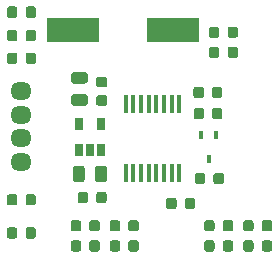
<source format=gtp>
G04 #@! TF.GenerationSoftware,KiCad,Pcbnew,(5.1.2)-1*
G04 #@! TF.CreationDate,2021-06-27T21:29:46+09:00*
G04 #@! TF.ProjectId,IR,49522e6b-6963-4616-945f-706362585858,v1.1*
G04 #@! TF.SameCoordinates,Original*
G04 #@! TF.FileFunction,Paste,Top*
G04 #@! TF.FilePolarity,Positive*
%FSLAX46Y46*%
G04 Gerber Fmt 4.6, Leading zero omitted, Abs format (unit mm)*
G04 Created by KiCad (PCBNEW (5.1.2)-1) date 2021-06-27 21:29:46*
%MOMM*%
%LPD*%
G04 APERTURE LIST*
%ADD10O,1.800000X1.524000*%
%ADD11C,0.050000*%
%ADD12C,0.875000*%
%ADD13C,0.975000*%
%ADD14R,0.650000X1.060000*%
%ADD15R,4.500000X2.000000*%
%ADD16R,0.450000X1.500000*%
%ADD17R,0.450000X0.700000*%
G04 APERTURE END LIST*
D10*
X185200000Y-114000000D03*
X185200000Y-112000000D03*
X185200000Y-110000000D03*
X185200000Y-108000000D03*
D11*
G36*
X192215691Y-116526053D02*
G01*
X192236926Y-116529203D01*
X192257750Y-116534419D01*
X192277962Y-116541651D01*
X192297368Y-116550830D01*
X192315781Y-116561866D01*
X192333024Y-116574654D01*
X192348930Y-116589070D01*
X192363346Y-116604976D01*
X192376134Y-116622219D01*
X192387170Y-116640632D01*
X192396349Y-116660038D01*
X192403581Y-116680250D01*
X192408797Y-116701074D01*
X192411947Y-116722309D01*
X192413000Y-116743750D01*
X192413000Y-117256250D01*
X192411947Y-117277691D01*
X192408797Y-117298926D01*
X192403581Y-117319750D01*
X192396349Y-117339962D01*
X192387170Y-117359368D01*
X192376134Y-117377781D01*
X192363346Y-117395024D01*
X192348930Y-117410930D01*
X192333024Y-117425346D01*
X192315781Y-117438134D01*
X192297368Y-117449170D01*
X192277962Y-117458349D01*
X192257750Y-117465581D01*
X192236926Y-117470797D01*
X192215691Y-117473947D01*
X192194250Y-117475000D01*
X191756750Y-117475000D01*
X191735309Y-117473947D01*
X191714074Y-117470797D01*
X191693250Y-117465581D01*
X191673038Y-117458349D01*
X191653632Y-117449170D01*
X191635219Y-117438134D01*
X191617976Y-117425346D01*
X191602070Y-117410930D01*
X191587654Y-117395024D01*
X191574866Y-117377781D01*
X191563830Y-117359368D01*
X191554651Y-117339962D01*
X191547419Y-117319750D01*
X191542203Y-117298926D01*
X191539053Y-117277691D01*
X191538000Y-117256250D01*
X191538000Y-116743750D01*
X191539053Y-116722309D01*
X191542203Y-116701074D01*
X191547419Y-116680250D01*
X191554651Y-116660038D01*
X191563830Y-116640632D01*
X191574866Y-116622219D01*
X191587654Y-116604976D01*
X191602070Y-116589070D01*
X191617976Y-116574654D01*
X191635219Y-116561866D01*
X191653632Y-116550830D01*
X191673038Y-116541651D01*
X191693250Y-116534419D01*
X191714074Y-116529203D01*
X191735309Y-116526053D01*
X191756750Y-116525000D01*
X192194250Y-116525000D01*
X192215691Y-116526053D01*
X192215691Y-116526053D01*
G37*
D12*
X191975500Y-117000000D03*
D11*
G36*
X190640691Y-116526053D02*
G01*
X190661926Y-116529203D01*
X190682750Y-116534419D01*
X190702962Y-116541651D01*
X190722368Y-116550830D01*
X190740781Y-116561866D01*
X190758024Y-116574654D01*
X190773930Y-116589070D01*
X190788346Y-116604976D01*
X190801134Y-116622219D01*
X190812170Y-116640632D01*
X190821349Y-116660038D01*
X190828581Y-116680250D01*
X190833797Y-116701074D01*
X190836947Y-116722309D01*
X190838000Y-116743750D01*
X190838000Y-117256250D01*
X190836947Y-117277691D01*
X190833797Y-117298926D01*
X190828581Y-117319750D01*
X190821349Y-117339962D01*
X190812170Y-117359368D01*
X190801134Y-117377781D01*
X190788346Y-117395024D01*
X190773930Y-117410930D01*
X190758024Y-117425346D01*
X190740781Y-117438134D01*
X190722368Y-117449170D01*
X190702962Y-117458349D01*
X190682750Y-117465581D01*
X190661926Y-117470797D01*
X190640691Y-117473947D01*
X190619250Y-117475000D01*
X190181750Y-117475000D01*
X190160309Y-117473947D01*
X190139074Y-117470797D01*
X190118250Y-117465581D01*
X190098038Y-117458349D01*
X190078632Y-117449170D01*
X190060219Y-117438134D01*
X190042976Y-117425346D01*
X190027070Y-117410930D01*
X190012654Y-117395024D01*
X189999866Y-117377781D01*
X189988830Y-117359368D01*
X189979651Y-117339962D01*
X189972419Y-117319750D01*
X189967203Y-117298926D01*
X189964053Y-117277691D01*
X189963000Y-117256250D01*
X189963000Y-116743750D01*
X189964053Y-116722309D01*
X189967203Y-116701074D01*
X189972419Y-116680250D01*
X189979651Y-116660038D01*
X189988830Y-116640632D01*
X189999866Y-116622219D01*
X190012654Y-116604976D01*
X190027070Y-116589070D01*
X190042976Y-116574654D01*
X190060219Y-116561866D01*
X190078632Y-116550830D01*
X190098038Y-116541651D01*
X190118250Y-116534419D01*
X190139074Y-116529203D01*
X190160309Y-116526053D01*
X190181750Y-116525000D01*
X190619250Y-116525000D01*
X190640691Y-116526053D01*
X190640691Y-116526053D01*
G37*
D12*
X190400500Y-117000000D03*
D11*
G36*
X192205142Y-114301174D02*
G01*
X192228803Y-114304684D01*
X192252007Y-114310496D01*
X192274529Y-114318554D01*
X192296153Y-114328782D01*
X192316670Y-114341079D01*
X192335883Y-114355329D01*
X192353607Y-114371393D01*
X192369671Y-114389117D01*
X192383921Y-114408330D01*
X192396218Y-114428847D01*
X192406446Y-114450471D01*
X192414504Y-114472993D01*
X192420316Y-114496197D01*
X192423826Y-114519858D01*
X192425000Y-114543750D01*
X192425000Y-115456250D01*
X192423826Y-115480142D01*
X192420316Y-115503803D01*
X192414504Y-115527007D01*
X192406446Y-115549529D01*
X192396218Y-115571153D01*
X192383921Y-115591670D01*
X192369671Y-115610883D01*
X192353607Y-115628607D01*
X192335883Y-115644671D01*
X192316670Y-115658921D01*
X192296153Y-115671218D01*
X192274529Y-115681446D01*
X192252007Y-115689504D01*
X192228803Y-115695316D01*
X192205142Y-115698826D01*
X192181250Y-115700000D01*
X191693750Y-115700000D01*
X191669858Y-115698826D01*
X191646197Y-115695316D01*
X191622993Y-115689504D01*
X191600471Y-115681446D01*
X191578847Y-115671218D01*
X191558330Y-115658921D01*
X191539117Y-115644671D01*
X191521393Y-115628607D01*
X191505329Y-115610883D01*
X191491079Y-115591670D01*
X191478782Y-115571153D01*
X191468554Y-115549529D01*
X191460496Y-115527007D01*
X191454684Y-115503803D01*
X191451174Y-115480142D01*
X191450000Y-115456250D01*
X191450000Y-114543750D01*
X191451174Y-114519858D01*
X191454684Y-114496197D01*
X191460496Y-114472993D01*
X191468554Y-114450471D01*
X191478782Y-114428847D01*
X191491079Y-114408330D01*
X191505329Y-114389117D01*
X191521393Y-114371393D01*
X191539117Y-114355329D01*
X191558330Y-114341079D01*
X191578847Y-114328782D01*
X191600471Y-114318554D01*
X191622993Y-114310496D01*
X191646197Y-114304684D01*
X191669858Y-114301174D01*
X191693750Y-114300000D01*
X192181250Y-114300000D01*
X192205142Y-114301174D01*
X192205142Y-114301174D01*
G37*
D13*
X191937500Y-115000000D03*
D11*
G36*
X190330142Y-114301174D02*
G01*
X190353803Y-114304684D01*
X190377007Y-114310496D01*
X190399529Y-114318554D01*
X190421153Y-114328782D01*
X190441670Y-114341079D01*
X190460883Y-114355329D01*
X190478607Y-114371393D01*
X190494671Y-114389117D01*
X190508921Y-114408330D01*
X190521218Y-114428847D01*
X190531446Y-114450471D01*
X190539504Y-114472993D01*
X190545316Y-114496197D01*
X190548826Y-114519858D01*
X190550000Y-114543750D01*
X190550000Y-115456250D01*
X190548826Y-115480142D01*
X190545316Y-115503803D01*
X190539504Y-115527007D01*
X190531446Y-115549529D01*
X190521218Y-115571153D01*
X190508921Y-115591670D01*
X190494671Y-115610883D01*
X190478607Y-115628607D01*
X190460883Y-115644671D01*
X190441670Y-115658921D01*
X190421153Y-115671218D01*
X190399529Y-115681446D01*
X190377007Y-115689504D01*
X190353803Y-115695316D01*
X190330142Y-115698826D01*
X190306250Y-115700000D01*
X189818750Y-115700000D01*
X189794858Y-115698826D01*
X189771197Y-115695316D01*
X189747993Y-115689504D01*
X189725471Y-115681446D01*
X189703847Y-115671218D01*
X189683330Y-115658921D01*
X189664117Y-115644671D01*
X189646393Y-115628607D01*
X189630329Y-115610883D01*
X189616079Y-115591670D01*
X189603782Y-115571153D01*
X189593554Y-115549529D01*
X189585496Y-115527007D01*
X189579684Y-115503803D01*
X189576174Y-115480142D01*
X189575000Y-115456250D01*
X189575000Y-114543750D01*
X189576174Y-114519858D01*
X189579684Y-114496197D01*
X189585496Y-114472993D01*
X189593554Y-114450471D01*
X189603782Y-114428847D01*
X189616079Y-114408330D01*
X189630329Y-114389117D01*
X189646393Y-114371393D01*
X189664117Y-114355329D01*
X189683330Y-114341079D01*
X189703847Y-114328782D01*
X189725471Y-114318554D01*
X189747993Y-114310496D01*
X189771197Y-114304684D01*
X189794858Y-114301174D01*
X189818750Y-114300000D01*
X190306250Y-114300000D01*
X190330142Y-114301174D01*
X190330142Y-114301174D01*
G37*
D13*
X190062500Y-115000000D03*
D11*
G36*
X192277691Y-106776053D02*
G01*
X192298926Y-106779203D01*
X192319750Y-106784419D01*
X192339962Y-106791651D01*
X192359368Y-106800830D01*
X192377781Y-106811866D01*
X192395024Y-106824654D01*
X192410930Y-106839070D01*
X192425346Y-106854976D01*
X192438134Y-106872219D01*
X192449170Y-106890632D01*
X192458349Y-106910038D01*
X192465581Y-106930250D01*
X192470797Y-106951074D01*
X192473947Y-106972309D01*
X192475000Y-106993750D01*
X192475000Y-107431250D01*
X192473947Y-107452691D01*
X192470797Y-107473926D01*
X192465581Y-107494750D01*
X192458349Y-107514962D01*
X192449170Y-107534368D01*
X192438134Y-107552781D01*
X192425346Y-107570024D01*
X192410930Y-107585930D01*
X192395024Y-107600346D01*
X192377781Y-107613134D01*
X192359368Y-107624170D01*
X192339962Y-107633349D01*
X192319750Y-107640581D01*
X192298926Y-107645797D01*
X192277691Y-107648947D01*
X192256250Y-107650000D01*
X191743750Y-107650000D01*
X191722309Y-107648947D01*
X191701074Y-107645797D01*
X191680250Y-107640581D01*
X191660038Y-107633349D01*
X191640632Y-107624170D01*
X191622219Y-107613134D01*
X191604976Y-107600346D01*
X191589070Y-107585930D01*
X191574654Y-107570024D01*
X191561866Y-107552781D01*
X191550830Y-107534368D01*
X191541651Y-107514962D01*
X191534419Y-107494750D01*
X191529203Y-107473926D01*
X191526053Y-107452691D01*
X191525000Y-107431250D01*
X191525000Y-106993750D01*
X191526053Y-106972309D01*
X191529203Y-106951074D01*
X191534419Y-106930250D01*
X191541651Y-106910038D01*
X191550830Y-106890632D01*
X191561866Y-106872219D01*
X191574654Y-106854976D01*
X191589070Y-106839070D01*
X191604976Y-106824654D01*
X191622219Y-106811866D01*
X191640632Y-106800830D01*
X191660038Y-106791651D01*
X191680250Y-106784419D01*
X191701074Y-106779203D01*
X191722309Y-106776053D01*
X191743750Y-106775000D01*
X192256250Y-106775000D01*
X192277691Y-106776053D01*
X192277691Y-106776053D01*
G37*
D12*
X192000000Y-107212500D03*
D11*
G36*
X192277691Y-108351053D02*
G01*
X192298926Y-108354203D01*
X192319750Y-108359419D01*
X192339962Y-108366651D01*
X192359368Y-108375830D01*
X192377781Y-108386866D01*
X192395024Y-108399654D01*
X192410930Y-108414070D01*
X192425346Y-108429976D01*
X192438134Y-108447219D01*
X192449170Y-108465632D01*
X192458349Y-108485038D01*
X192465581Y-108505250D01*
X192470797Y-108526074D01*
X192473947Y-108547309D01*
X192475000Y-108568750D01*
X192475000Y-109006250D01*
X192473947Y-109027691D01*
X192470797Y-109048926D01*
X192465581Y-109069750D01*
X192458349Y-109089962D01*
X192449170Y-109109368D01*
X192438134Y-109127781D01*
X192425346Y-109145024D01*
X192410930Y-109160930D01*
X192395024Y-109175346D01*
X192377781Y-109188134D01*
X192359368Y-109199170D01*
X192339962Y-109208349D01*
X192319750Y-109215581D01*
X192298926Y-109220797D01*
X192277691Y-109223947D01*
X192256250Y-109225000D01*
X191743750Y-109225000D01*
X191722309Y-109223947D01*
X191701074Y-109220797D01*
X191680250Y-109215581D01*
X191660038Y-109208349D01*
X191640632Y-109199170D01*
X191622219Y-109188134D01*
X191604976Y-109175346D01*
X191589070Y-109160930D01*
X191574654Y-109145024D01*
X191561866Y-109127781D01*
X191550830Y-109109368D01*
X191541651Y-109089962D01*
X191534419Y-109069750D01*
X191529203Y-109048926D01*
X191526053Y-109027691D01*
X191525000Y-109006250D01*
X191525000Y-108568750D01*
X191526053Y-108547309D01*
X191529203Y-108526074D01*
X191534419Y-108505250D01*
X191541651Y-108485038D01*
X191550830Y-108465632D01*
X191561866Y-108447219D01*
X191574654Y-108429976D01*
X191589070Y-108414070D01*
X191604976Y-108399654D01*
X191622219Y-108386866D01*
X191640632Y-108375830D01*
X191660038Y-108366651D01*
X191680250Y-108359419D01*
X191701074Y-108354203D01*
X191722309Y-108351053D01*
X191743750Y-108350000D01*
X192256250Y-108350000D01*
X192277691Y-108351053D01*
X192277691Y-108351053D01*
G37*
D12*
X192000000Y-108787500D03*
D11*
G36*
X190580142Y-108251174D02*
G01*
X190603803Y-108254684D01*
X190627007Y-108260496D01*
X190649529Y-108268554D01*
X190671153Y-108278782D01*
X190691670Y-108291079D01*
X190710883Y-108305329D01*
X190728607Y-108321393D01*
X190744671Y-108339117D01*
X190758921Y-108358330D01*
X190771218Y-108378847D01*
X190781446Y-108400471D01*
X190789504Y-108422993D01*
X190795316Y-108446197D01*
X190798826Y-108469858D01*
X190800000Y-108493750D01*
X190800000Y-108981250D01*
X190798826Y-109005142D01*
X190795316Y-109028803D01*
X190789504Y-109052007D01*
X190781446Y-109074529D01*
X190771218Y-109096153D01*
X190758921Y-109116670D01*
X190744671Y-109135883D01*
X190728607Y-109153607D01*
X190710883Y-109169671D01*
X190691670Y-109183921D01*
X190671153Y-109196218D01*
X190649529Y-109206446D01*
X190627007Y-109214504D01*
X190603803Y-109220316D01*
X190580142Y-109223826D01*
X190556250Y-109225000D01*
X189643750Y-109225000D01*
X189619858Y-109223826D01*
X189596197Y-109220316D01*
X189572993Y-109214504D01*
X189550471Y-109206446D01*
X189528847Y-109196218D01*
X189508330Y-109183921D01*
X189489117Y-109169671D01*
X189471393Y-109153607D01*
X189455329Y-109135883D01*
X189441079Y-109116670D01*
X189428782Y-109096153D01*
X189418554Y-109074529D01*
X189410496Y-109052007D01*
X189404684Y-109028803D01*
X189401174Y-109005142D01*
X189400000Y-108981250D01*
X189400000Y-108493750D01*
X189401174Y-108469858D01*
X189404684Y-108446197D01*
X189410496Y-108422993D01*
X189418554Y-108400471D01*
X189428782Y-108378847D01*
X189441079Y-108358330D01*
X189455329Y-108339117D01*
X189471393Y-108321393D01*
X189489117Y-108305329D01*
X189508330Y-108291079D01*
X189528847Y-108278782D01*
X189550471Y-108268554D01*
X189572993Y-108260496D01*
X189596197Y-108254684D01*
X189619858Y-108251174D01*
X189643750Y-108250000D01*
X190556250Y-108250000D01*
X190580142Y-108251174D01*
X190580142Y-108251174D01*
G37*
D13*
X190100000Y-108737500D03*
D11*
G36*
X190580142Y-106376174D02*
G01*
X190603803Y-106379684D01*
X190627007Y-106385496D01*
X190649529Y-106393554D01*
X190671153Y-106403782D01*
X190691670Y-106416079D01*
X190710883Y-106430329D01*
X190728607Y-106446393D01*
X190744671Y-106464117D01*
X190758921Y-106483330D01*
X190771218Y-106503847D01*
X190781446Y-106525471D01*
X190789504Y-106547993D01*
X190795316Y-106571197D01*
X190798826Y-106594858D01*
X190800000Y-106618750D01*
X190800000Y-107106250D01*
X190798826Y-107130142D01*
X190795316Y-107153803D01*
X190789504Y-107177007D01*
X190781446Y-107199529D01*
X190771218Y-107221153D01*
X190758921Y-107241670D01*
X190744671Y-107260883D01*
X190728607Y-107278607D01*
X190710883Y-107294671D01*
X190691670Y-107308921D01*
X190671153Y-107321218D01*
X190649529Y-107331446D01*
X190627007Y-107339504D01*
X190603803Y-107345316D01*
X190580142Y-107348826D01*
X190556250Y-107350000D01*
X189643750Y-107350000D01*
X189619858Y-107348826D01*
X189596197Y-107345316D01*
X189572993Y-107339504D01*
X189550471Y-107331446D01*
X189528847Y-107321218D01*
X189508330Y-107308921D01*
X189489117Y-107294671D01*
X189471393Y-107278607D01*
X189455329Y-107260883D01*
X189441079Y-107241670D01*
X189428782Y-107221153D01*
X189418554Y-107199529D01*
X189410496Y-107177007D01*
X189404684Y-107153803D01*
X189401174Y-107130142D01*
X189400000Y-107106250D01*
X189400000Y-106618750D01*
X189401174Y-106594858D01*
X189404684Y-106571197D01*
X189410496Y-106547993D01*
X189418554Y-106525471D01*
X189428782Y-106503847D01*
X189441079Y-106483330D01*
X189455329Y-106464117D01*
X189471393Y-106446393D01*
X189489117Y-106430329D01*
X189508330Y-106416079D01*
X189528847Y-106403782D01*
X189550471Y-106393554D01*
X189572993Y-106385496D01*
X189596197Y-106379684D01*
X189619858Y-106376174D01*
X189643750Y-106375000D01*
X190556250Y-106375000D01*
X190580142Y-106376174D01*
X190580142Y-106376174D01*
G37*
D13*
X190100000Y-106862500D03*
D11*
G36*
X203327691Y-104226053D02*
G01*
X203348926Y-104229203D01*
X203369750Y-104234419D01*
X203389962Y-104241651D01*
X203409368Y-104250830D01*
X203427781Y-104261866D01*
X203445024Y-104274654D01*
X203460930Y-104289070D01*
X203475346Y-104304976D01*
X203488134Y-104322219D01*
X203499170Y-104340632D01*
X203508349Y-104360038D01*
X203515581Y-104380250D01*
X203520797Y-104401074D01*
X203523947Y-104422309D01*
X203525000Y-104443750D01*
X203525000Y-104956250D01*
X203523947Y-104977691D01*
X203520797Y-104998926D01*
X203515581Y-105019750D01*
X203508349Y-105039962D01*
X203499170Y-105059368D01*
X203488134Y-105077781D01*
X203475346Y-105095024D01*
X203460930Y-105110930D01*
X203445024Y-105125346D01*
X203427781Y-105138134D01*
X203409368Y-105149170D01*
X203389962Y-105158349D01*
X203369750Y-105165581D01*
X203348926Y-105170797D01*
X203327691Y-105173947D01*
X203306250Y-105175000D01*
X202868750Y-105175000D01*
X202847309Y-105173947D01*
X202826074Y-105170797D01*
X202805250Y-105165581D01*
X202785038Y-105158349D01*
X202765632Y-105149170D01*
X202747219Y-105138134D01*
X202729976Y-105125346D01*
X202714070Y-105110930D01*
X202699654Y-105095024D01*
X202686866Y-105077781D01*
X202675830Y-105059368D01*
X202666651Y-105039962D01*
X202659419Y-105019750D01*
X202654203Y-104998926D01*
X202651053Y-104977691D01*
X202650000Y-104956250D01*
X202650000Y-104443750D01*
X202651053Y-104422309D01*
X202654203Y-104401074D01*
X202659419Y-104380250D01*
X202666651Y-104360038D01*
X202675830Y-104340632D01*
X202686866Y-104322219D01*
X202699654Y-104304976D01*
X202714070Y-104289070D01*
X202729976Y-104274654D01*
X202747219Y-104261866D01*
X202765632Y-104250830D01*
X202785038Y-104241651D01*
X202805250Y-104234419D01*
X202826074Y-104229203D01*
X202847309Y-104226053D01*
X202868750Y-104225000D01*
X203306250Y-104225000D01*
X203327691Y-104226053D01*
X203327691Y-104226053D01*
G37*
D12*
X203087500Y-104700000D03*
D11*
G36*
X201752691Y-104226053D02*
G01*
X201773926Y-104229203D01*
X201794750Y-104234419D01*
X201814962Y-104241651D01*
X201834368Y-104250830D01*
X201852781Y-104261866D01*
X201870024Y-104274654D01*
X201885930Y-104289070D01*
X201900346Y-104304976D01*
X201913134Y-104322219D01*
X201924170Y-104340632D01*
X201933349Y-104360038D01*
X201940581Y-104380250D01*
X201945797Y-104401074D01*
X201948947Y-104422309D01*
X201950000Y-104443750D01*
X201950000Y-104956250D01*
X201948947Y-104977691D01*
X201945797Y-104998926D01*
X201940581Y-105019750D01*
X201933349Y-105039962D01*
X201924170Y-105059368D01*
X201913134Y-105077781D01*
X201900346Y-105095024D01*
X201885930Y-105110930D01*
X201870024Y-105125346D01*
X201852781Y-105138134D01*
X201834368Y-105149170D01*
X201814962Y-105158349D01*
X201794750Y-105165581D01*
X201773926Y-105170797D01*
X201752691Y-105173947D01*
X201731250Y-105175000D01*
X201293750Y-105175000D01*
X201272309Y-105173947D01*
X201251074Y-105170797D01*
X201230250Y-105165581D01*
X201210038Y-105158349D01*
X201190632Y-105149170D01*
X201172219Y-105138134D01*
X201154976Y-105125346D01*
X201139070Y-105110930D01*
X201124654Y-105095024D01*
X201111866Y-105077781D01*
X201100830Y-105059368D01*
X201091651Y-105039962D01*
X201084419Y-105019750D01*
X201079203Y-104998926D01*
X201076053Y-104977691D01*
X201075000Y-104956250D01*
X201075000Y-104443750D01*
X201076053Y-104422309D01*
X201079203Y-104401074D01*
X201084419Y-104380250D01*
X201091651Y-104360038D01*
X201100830Y-104340632D01*
X201111866Y-104322219D01*
X201124654Y-104304976D01*
X201139070Y-104289070D01*
X201154976Y-104274654D01*
X201172219Y-104261866D01*
X201190632Y-104250830D01*
X201210038Y-104241651D01*
X201230250Y-104234419D01*
X201251074Y-104229203D01*
X201272309Y-104226053D01*
X201293750Y-104225000D01*
X201731250Y-104225000D01*
X201752691Y-104226053D01*
X201752691Y-104226053D01*
G37*
D12*
X201512500Y-104700000D03*
D11*
G36*
X186227691Y-104726053D02*
G01*
X186248926Y-104729203D01*
X186269750Y-104734419D01*
X186289962Y-104741651D01*
X186309368Y-104750830D01*
X186327781Y-104761866D01*
X186345024Y-104774654D01*
X186360930Y-104789070D01*
X186375346Y-104804976D01*
X186388134Y-104822219D01*
X186399170Y-104840632D01*
X186408349Y-104860038D01*
X186415581Y-104880250D01*
X186420797Y-104901074D01*
X186423947Y-104922309D01*
X186425000Y-104943750D01*
X186425000Y-105456250D01*
X186423947Y-105477691D01*
X186420797Y-105498926D01*
X186415581Y-105519750D01*
X186408349Y-105539962D01*
X186399170Y-105559368D01*
X186388134Y-105577781D01*
X186375346Y-105595024D01*
X186360930Y-105610930D01*
X186345024Y-105625346D01*
X186327781Y-105638134D01*
X186309368Y-105649170D01*
X186289962Y-105658349D01*
X186269750Y-105665581D01*
X186248926Y-105670797D01*
X186227691Y-105673947D01*
X186206250Y-105675000D01*
X185768750Y-105675000D01*
X185747309Y-105673947D01*
X185726074Y-105670797D01*
X185705250Y-105665581D01*
X185685038Y-105658349D01*
X185665632Y-105649170D01*
X185647219Y-105638134D01*
X185629976Y-105625346D01*
X185614070Y-105610930D01*
X185599654Y-105595024D01*
X185586866Y-105577781D01*
X185575830Y-105559368D01*
X185566651Y-105539962D01*
X185559419Y-105519750D01*
X185554203Y-105498926D01*
X185551053Y-105477691D01*
X185550000Y-105456250D01*
X185550000Y-104943750D01*
X185551053Y-104922309D01*
X185554203Y-104901074D01*
X185559419Y-104880250D01*
X185566651Y-104860038D01*
X185575830Y-104840632D01*
X185586866Y-104822219D01*
X185599654Y-104804976D01*
X185614070Y-104789070D01*
X185629976Y-104774654D01*
X185647219Y-104761866D01*
X185665632Y-104750830D01*
X185685038Y-104741651D01*
X185705250Y-104734419D01*
X185726074Y-104729203D01*
X185747309Y-104726053D01*
X185768750Y-104725000D01*
X186206250Y-104725000D01*
X186227691Y-104726053D01*
X186227691Y-104726053D01*
G37*
D12*
X185987500Y-105200000D03*
D11*
G36*
X184652691Y-104726053D02*
G01*
X184673926Y-104729203D01*
X184694750Y-104734419D01*
X184714962Y-104741651D01*
X184734368Y-104750830D01*
X184752781Y-104761866D01*
X184770024Y-104774654D01*
X184785930Y-104789070D01*
X184800346Y-104804976D01*
X184813134Y-104822219D01*
X184824170Y-104840632D01*
X184833349Y-104860038D01*
X184840581Y-104880250D01*
X184845797Y-104901074D01*
X184848947Y-104922309D01*
X184850000Y-104943750D01*
X184850000Y-105456250D01*
X184848947Y-105477691D01*
X184845797Y-105498926D01*
X184840581Y-105519750D01*
X184833349Y-105539962D01*
X184824170Y-105559368D01*
X184813134Y-105577781D01*
X184800346Y-105595024D01*
X184785930Y-105610930D01*
X184770024Y-105625346D01*
X184752781Y-105638134D01*
X184734368Y-105649170D01*
X184714962Y-105658349D01*
X184694750Y-105665581D01*
X184673926Y-105670797D01*
X184652691Y-105673947D01*
X184631250Y-105675000D01*
X184193750Y-105675000D01*
X184172309Y-105673947D01*
X184151074Y-105670797D01*
X184130250Y-105665581D01*
X184110038Y-105658349D01*
X184090632Y-105649170D01*
X184072219Y-105638134D01*
X184054976Y-105625346D01*
X184039070Y-105610930D01*
X184024654Y-105595024D01*
X184011866Y-105577781D01*
X184000830Y-105559368D01*
X183991651Y-105539962D01*
X183984419Y-105519750D01*
X183979203Y-105498926D01*
X183976053Y-105477691D01*
X183975000Y-105456250D01*
X183975000Y-104943750D01*
X183976053Y-104922309D01*
X183979203Y-104901074D01*
X183984419Y-104880250D01*
X183991651Y-104860038D01*
X184000830Y-104840632D01*
X184011866Y-104822219D01*
X184024654Y-104804976D01*
X184039070Y-104789070D01*
X184054976Y-104774654D01*
X184072219Y-104761866D01*
X184090632Y-104750830D01*
X184110038Y-104741651D01*
X184130250Y-104734419D01*
X184151074Y-104729203D01*
X184172309Y-104726053D01*
X184193750Y-104725000D01*
X184631250Y-104725000D01*
X184652691Y-104726053D01*
X184652691Y-104726053D01*
G37*
D12*
X184412500Y-105200000D03*
D11*
G36*
X184652691Y-102826053D02*
G01*
X184673926Y-102829203D01*
X184694750Y-102834419D01*
X184714962Y-102841651D01*
X184734368Y-102850830D01*
X184752781Y-102861866D01*
X184770024Y-102874654D01*
X184785930Y-102889070D01*
X184800346Y-102904976D01*
X184813134Y-102922219D01*
X184824170Y-102940632D01*
X184833349Y-102960038D01*
X184840581Y-102980250D01*
X184845797Y-103001074D01*
X184848947Y-103022309D01*
X184850000Y-103043750D01*
X184850000Y-103556250D01*
X184848947Y-103577691D01*
X184845797Y-103598926D01*
X184840581Y-103619750D01*
X184833349Y-103639962D01*
X184824170Y-103659368D01*
X184813134Y-103677781D01*
X184800346Y-103695024D01*
X184785930Y-103710930D01*
X184770024Y-103725346D01*
X184752781Y-103738134D01*
X184734368Y-103749170D01*
X184714962Y-103758349D01*
X184694750Y-103765581D01*
X184673926Y-103770797D01*
X184652691Y-103773947D01*
X184631250Y-103775000D01*
X184193750Y-103775000D01*
X184172309Y-103773947D01*
X184151074Y-103770797D01*
X184130250Y-103765581D01*
X184110038Y-103758349D01*
X184090632Y-103749170D01*
X184072219Y-103738134D01*
X184054976Y-103725346D01*
X184039070Y-103710930D01*
X184024654Y-103695024D01*
X184011866Y-103677781D01*
X184000830Y-103659368D01*
X183991651Y-103639962D01*
X183984419Y-103619750D01*
X183979203Y-103598926D01*
X183976053Y-103577691D01*
X183975000Y-103556250D01*
X183975000Y-103043750D01*
X183976053Y-103022309D01*
X183979203Y-103001074D01*
X183984419Y-102980250D01*
X183991651Y-102960038D01*
X184000830Y-102940632D01*
X184011866Y-102922219D01*
X184024654Y-102904976D01*
X184039070Y-102889070D01*
X184054976Y-102874654D01*
X184072219Y-102861866D01*
X184090632Y-102850830D01*
X184110038Y-102841651D01*
X184130250Y-102834419D01*
X184151074Y-102829203D01*
X184172309Y-102826053D01*
X184193750Y-102825000D01*
X184631250Y-102825000D01*
X184652691Y-102826053D01*
X184652691Y-102826053D01*
G37*
D12*
X184412500Y-103300000D03*
D11*
G36*
X186227691Y-102826053D02*
G01*
X186248926Y-102829203D01*
X186269750Y-102834419D01*
X186289962Y-102841651D01*
X186309368Y-102850830D01*
X186327781Y-102861866D01*
X186345024Y-102874654D01*
X186360930Y-102889070D01*
X186375346Y-102904976D01*
X186388134Y-102922219D01*
X186399170Y-102940632D01*
X186408349Y-102960038D01*
X186415581Y-102980250D01*
X186420797Y-103001074D01*
X186423947Y-103022309D01*
X186425000Y-103043750D01*
X186425000Y-103556250D01*
X186423947Y-103577691D01*
X186420797Y-103598926D01*
X186415581Y-103619750D01*
X186408349Y-103639962D01*
X186399170Y-103659368D01*
X186388134Y-103677781D01*
X186375346Y-103695024D01*
X186360930Y-103710930D01*
X186345024Y-103725346D01*
X186327781Y-103738134D01*
X186309368Y-103749170D01*
X186289962Y-103758349D01*
X186269750Y-103765581D01*
X186248926Y-103770797D01*
X186227691Y-103773947D01*
X186206250Y-103775000D01*
X185768750Y-103775000D01*
X185747309Y-103773947D01*
X185726074Y-103770797D01*
X185705250Y-103765581D01*
X185685038Y-103758349D01*
X185665632Y-103749170D01*
X185647219Y-103738134D01*
X185629976Y-103725346D01*
X185614070Y-103710930D01*
X185599654Y-103695024D01*
X185586866Y-103677781D01*
X185575830Y-103659368D01*
X185566651Y-103639962D01*
X185559419Y-103619750D01*
X185554203Y-103598926D01*
X185551053Y-103577691D01*
X185550000Y-103556250D01*
X185550000Y-103043750D01*
X185551053Y-103022309D01*
X185554203Y-103001074D01*
X185559419Y-102980250D01*
X185566651Y-102960038D01*
X185575830Y-102940632D01*
X185586866Y-102922219D01*
X185599654Y-102904976D01*
X185614070Y-102889070D01*
X185629976Y-102874654D01*
X185647219Y-102861866D01*
X185665632Y-102850830D01*
X185685038Y-102841651D01*
X185705250Y-102834419D01*
X185726074Y-102829203D01*
X185747309Y-102826053D01*
X185768750Y-102825000D01*
X186206250Y-102825000D01*
X186227691Y-102826053D01*
X186227691Y-102826053D01*
G37*
D12*
X185987500Y-103300000D03*
D11*
G36*
X193352691Y-120626053D02*
G01*
X193373926Y-120629203D01*
X193394750Y-120634419D01*
X193414962Y-120641651D01*
X193434368Y-120650830D01*
X193452781Y-120661866D01*
X193470024Y-120674654D01*
X193485930Y-120689070D01*
X193500346Y-120704976D01*
X193513134Y-120722219D01*
X193524170Y-120740632D01*
X193533349Y-120760038D01*
X193540581Y-120780250D01*
X193545797Y-120801074D01*
X193548947Y-120822309D01*
X193550000Y-120843750D01*
X193550000Y-121356250D01*
X193548947Y-121377691D01*
X193545797Y-121398926D01*
X193540581Y-121419750D01*
X193533349Y-121439962D01*
X193524170Y-121459368D01*
X193513134Y-121477781D01*
X193500346Y-121495024D01*
X193485930Y-121510930D01*
X193470024Y-121525346D01*
X193452781Y-121538134D01*
X193434368Y-121549170D01*
X193414962Y-121558349D01*
X193394750Y-121565581D01*
X193373926Y-121570797D01*
X193352691Y-121573947D01*
X193331250Y-121575000D01*
X192893750Y-121575000D01*
X192872309Y-121573947D01*
X192851074Y-121570797D01*
X192830250Y-121565581D01*
X192810038Y-121558349D01*
X192790632Y-121549170D01*
X192772219Y-121538134D01*
X192754976Y-121525346D01*
X192739070Y-121510930D01*
X192724654Y-121495024D01*
X192711866Y-121477781D01*
X192700830Y-121459368D01*
X192691651Y-121439962D01*
X192684419Y-121419750D01*
X192679203Y-121398926D01*
X192676053Y-121377691D01*
X192675000Y-121356250D01*
X192675000Y-120843750D01*
X192676053Y-120822309D01*
X192679203Y-120801074D01*
X192684419Y-120780250D01*
X192691651Y-120760038D01*
X192700830Y-120740632D01*
X192711866Y-120722219D01*
X192724654Y-120704976D01*
X192739070Y-120689070D01*
X192754976Y-120674654D01*
X192772219Y-120661866D01*
X192790632Y-120650830D01*
X192810038Y-120641651D01*
X192830250Y-120634419D01*
X192851074Y-120629203D01*
X192872309Y-120626053D01*
X192893750Y-120625000D01*
X193331250Y-120625000D01*
X193352691Y-120626053D01*
X193352691Y-120626053D01*
G37*
D12*
X193112500Y-121100000D03*
D11*
G36*
X194927691Y-120626053D02*
G01*
X194948926Y-120629203D01*
X194969750Y-120634419D01*
X194989962Y-120641651D01*
X195009368Y-120650830D01*
X195027781Y-120661866D01*
X195045024Y-120674654D01*
X195060930Y-120689070D01*
X195075346Y-120704976D01*
X195088134Y-120722219D01*
X195099170Y-120740632D01*
X195108349Y-120760038D01*
X195115581Y-120780250D01*
X195120797Y-120801074D01*
X195123947Y-120822309D01*
X195125000Y-120843750D01*
X195125000Y-121356250D01*
X195123947Y-121377691D01*
X195120797Y-121398926D01*
X195115581Y-121419750D01*
X195108349Y-121439962D01*
X195099170Y-121459368D01*
X195088134Y-121477781D01*
X195075346Y-121495024D01*
X195060930Y-121510930D01*
X195045024Y-121525346D01*
X195027781Y-121538134D01*
X195009368Y-121549170D01*
X194989962Y-121558349D01*
X194969750Y-121565581D01*
X194948926Y-121570797D01*
X194927691Y-121573947D01*
X194906250Y-121575000D01*
X194468750Y-121575000D01*
X194447309Y-121573947D01*
X194426074Y-121570797D01*
X194405250Y-121565581D01*
X194385038Y-121558349D01*
X194365632Y-121549170D01*
X194347219Y-121538134D01*
X194329976Y-121525346D01*
X194314070Y-121510930D01*
X194299654Y-121495024D01*
X194286866Y-121477781D01*
X194275830Y-121459368D01*
X194266651Y-121439962D01*
X194259419Y-121419750D01*
X194254203Y-121398926D01*
X194251053Y-121377691D01*
X194250000Y-121356250D01*
X194250000Y-120843750D01*
X194251053Y-120822309D01*
X194254203Y-120801074D01*
X194259419Y-120780250D01*
X194266651Y-120760038D01*
X194275830Y-120740632D01*
X194286866Y-120722219D01*
X194299654Y-120704976D01*
X194314070Y-120689070D01*
X194329976Y-120674654D01*
X194347219Y-120661866D01*
X194365632Y-120650830D01*
X194385038Y-120641651D01*
X194405250Y-120634419D01*
X194426074Y-120629203D01*
X194447309Y-120626053D01*
X194468750Y-120625000D01*
X194906250Y-120625000D01*
X194927691Y-120626053D01*
X194927691Y-120626053D01*
G37*
D12*
X194687500Y-121100000D03*
D11*
G36*
X191627691Y-120626053D02*
G01*
X191648926Y-120629203D01*
X191669750Y-120634419D01*
X191689962Y-120641651D01*
X191709368Y-120650830D01*
X191727781Y-120661866D01*
X191745024Y-120674654D01*
X191760930Y-120689070D01*
X191775346Y-120704976D01*
X191788134Y-120722219D01*
X191799170Y-120740632D01*
X191808349Y-120760038D01*
X191815581Y-120780250D01*
X191820797Y-120801074D01*
X191823947Y-120822309D01*
X191825000Y-120843750D01*
X191825000Y-121356250D01*
X191823947Y-121377691D01*
X191820797Y-121398926D01*
X191815581Y-121419750D01*
X191808349Y-121439962D01*
X191799170Y-121459368D01*
X191788134Y-121477781D01*
X191775346Y-121495024D01*
X191760930Y-121510930D01*
X191745024Y-121525346D01*
X191727781Y-121538134D01*
X191709368Y-121549170D01*
X191689962Y-121558349D01*
X191669750Y-121565581D01*
X191648926Y-121570797D01*
X191627691Y-121573947D01*
X191606250Y-121575000D01*
X191168750Y-121575000D01*
X191147309Y-121573947D01*
X191126074Y-121570797D01*
X191105250Y-121565581D01*
X191085038Y-121558349D01*
X191065632Y-121549170D01*
X191047219Y-121538134D01*
X191029976Y-121525346D01*
X191014070Y-121510930D01*
X190999654Y-121495024D01*
X190986866Y-121477781D01*
X190975830Y-121459368D01*
X190966651Y-121439962D01*
X190959419Y-121419750D01*
X190954203Y-121398926D01*
X190951053Y-121377691D01*
X190950000Y-121356250D01*
X190950000Y-120843750D01*
X190951053Y-120822309D01*
X190954203Y-120801074D01*
X190959419Y-120780250D01*
X190966651Y-120760038D01*
X190975830Y-120740632D01*
X190986866Y-120722219D01*
X190999654Y-120704976D01*
X191014070Y-120689070D01*
X191029976Y-120674654D01*
X191047219Y-120661866D01*
X191065632Y-120650830D01*
X191085038Y-120641651D01*
X191105250Y-120634419D01*
X191126074Y-120629203D01*
X191147309Y-120626053D01*
X191168750Y-120625000D01*
X191606250Y-120625000D01*
X191627691Y-120626053D01*
X191627691Y-120626053D01*
G37*
D12*
X191387500Y-121100000D03*
D11*
G36*
X190052691Y-120626053D02*
G01*
X190073926Y-120629203D01*
X190094750Y-120634419D01*
X190114962Y-120641651D01*
X190134368Y-120650830D01*
X190152781Y-120661866D01*
X190170024Y-120674654D01*
X190185930Y-120689070D01*
X190200346Y-120704976D01*
X190213134Y-120722219D01*
X190224170Y-120740632D01*
X190233349Y-120760038D01*
X190240581Y-120780250D01*
X190245797Y-120801074D01*
X190248947Y-120822309D01*
X190250000Y-120843750D01*
X190250000Y-121356250D01*
X190248947Y-121377691D01*
X190245797Y-121398926D01*
X190240581Y-121419750D01*
X190233349Y-121439962D01*
X190224170Y-121459368D01*
X190213134Y-121477781D01*
X190200346Y-121495024D01*
X190185930Y-121510930D01*
X190170024Y-121525346D01*
X190152781Y-121538134D01*
X190134368Y-121549170D01*
X190114962Y-121558349D01*
X190094750Y-121565581D01*
X190073926Y-121570797D01*
X190052691Y-121573947D01*
X190031250Y-121575000D01*
X189593750Y-121575000D01*
X189572309Y-121573947D01*
X189551074Y-121570797D01*
X189530250Y-121565581D01*
X189510038Y-121558349D01*
X189490632Y-121549170D01*
X189472219Y-121538134D01*
X189454976Y-121525346D01*
X189439070Y-121510930D01*
X189424654Y-121495024D01*
X189411866Y-121477781D01*
X189400830Y-121459368D01*
X189391651Y-121439962D01*
X189384419Y-121419750D01*
X189379203Y-121398926D01*
X189376053Y-121377691D01*
X189375000Y-121356250D01*
X189375000Y-120843750D01*
X189376053Y-120822309D01*
X189379203Y-120801074D01*
X189384419Y-120780250D01*
X189391651Y-120760038D01*
X189400830Y-120740632D01*
X189411866Y-120722219D01*
X189424654Y-120704976D01*
X189439070Y-120689070D01*
X189454976Y-120674654D01*
X189472219Y-120661866D01*
X189490632Y-120650830D01*
X189510038Y-120641651D01*
X189530250Y-120634419D01*
X189551074Y-120629203D01*
X189572309Y-120626053D01*
X189593750Y-120625000D01*
X190031250Y-120625000D01*
X190052691Y-120626053D01*
X190052691Y-120626053D01*
G37*
D12*
X189812500Y-121100000D03*
D11*
G36*
X206227691Y-118926053D02*
G01*
X206248926Y-118929203D01*
X206269750Y-118934419D01*
X206289962Y-118941651D01*
X206309368Y-118950830D01*
X206327781Y-118961866D01*
X206345024Y-118974654D01*
X206360930Y-118989070D01*
X206375346Y-119004976D01*
X206388134Y-119022219D01*
X206399170Y-119040632D01*
X206408349Y-119060038D01*
X206415581Y-119080250D01*
X206420797Y-119101074D01*
X206423947Y-119122309D01*
X206425000Y-119143750D01*
X206425000Y-119656250D01*
X206423947Y-119677691D01*
X206420797Y-119698926D01*
X206415581Y-119719750D01*
X206408349Y-119739962D01*
X206399170Y-119759368D01*
X206388134Y-119777781D01*
X206375346Y-119795024D01*
X206360930Y-119810930D01*
X206345024Y-119825346D01*
X206327781Y-119838134D01*
X206309368Y-119849170D01*
X206289962Y-119858349D01*
X206269750Y-119865581D01*
X206248926Y-119870797D01*
X206227691Y-119873947D01*
X206206250Y-119875000D01*
X205768750Y-119875000D01*
X205747309Y-119873947D01*
X205726074Y-119870797D01*
X205705250Y-119865581D01*
X205685038Y-119858349D01*
X205665632Y-119849170D01*
X205647219Y-119838134D01*
X205629976Y-119825346D01*
X205614070Y-119810930D01*
X205599654Y-119795024D01*
X205586866Y-119777781D01*
X205575830Y-119759368D01*
X205566651Y-119739962D01*
X205559419Y-119719750D01*
X205554203Y-119698926D01*
X205551053Y-119677691D01*
X205550000Y-119656250D01*
X205550000Y-119143750D01*
X205551053Y-119122309D01*
X205554203Y-119101074D01*
X205559419Y-119080250D01*
X205566651Y-119060038D01*
X205575830Y-119040632D01*
X205586866Y-119022219D01*
X205599654Y-119004976D01*
X205614070Y-118989070D01*
X205629976Y-118974654D01*
X205647219Y-118961866D01*
X205665632Y-118950830D01*
X205685038Y-118941651D01*
X205705250Y-118934419D01*
X205726074Y-118929203D01*
X205747309Y-118926053D01*
X205768750Y-118925000D01*
X206206250Y-118925000D01*
X206227691Y-118926053D01*
X206227691Y-118926053D01*
G37*
D12*
X205987500Y-119400000D03*
D11*
G36*
X204652691Y-118926053D02*
G01*
X204673926Y-118929203D01*
X204694750Y-118934419D01*
X204714962Y-118941651D01*
X204734368Y-118950830D01*
X204752781Y-118961866D01*
X204770024Y-118974654D01*
X204785930Y-118989070D01*
X204800346Y-119004976D01*
X204813134Y-119022219D01*
X204824170Y-119040632D01*
X204833349Y-119060038D01*
X204840581Y-119080250D01*
X204845797Y-119101074D01*
X204848947Y-119122309D01*
X204850000Y-119143750D01*
X204850000Y-119656250D01*
X204848947Y-119677691D01*
X204845797Y-119698926D01*
X204840581Y-119719750D01*
X204833349Y-119739962D01*
X204824170Y-119759368D01*
X204813134Y-119777781D01*
X204800346Y-119795024D01*
X204785930Y-119810930D01*
X204770024Y-119825346D01*
X204752781Y-119838134D01*
X204734368Y-119849170D01*
X204714962Y-119858349D01*
X204694750Y-119865581D01*
X204673926Y-119870797D01*
X204652691Y-119873947D01*
X204631250Y-119875000D01*
X204193750Y-119875000D01*
X204172309Y-119873947D01*
X204151074Y-119870797D01*
X204130250Y-119865581D01*
X204110038Y-119858349D01*
X204090632Y-119849170D01*
X204072219Y-119838134D01*
X204054976Y-119825346D01*
X204039070Y-119810930D01*
X204024654Y-119795024D01*
X204011866Y-119777781D01*
X204000830Y-119759368D01*
X203991651Y-119739962D01*
X203984419Y-119719750D01*
X203979203Y-119698926D01*
X203976053Y-119677691D01*
X203975000Y-119656250D01*
X203975000Y-119143750D01*
X203976053Y-119122309D01*
X203979203Y-119101074D01*
X203984419Y-119080250D01*
X203991651Y-119060038D01*
X204000830Y-119040632D01*
X204011866Y-119022219D01*
X204024654Y-119004976D01*
X204039070Y-118989070D01*
X204054976Y-118974654D01*
X204072219Y-118961866D01*
X204090632Y-118950830D01*
X204110038Y-118941651D01*
X204130250Y-118934419D01*
X204151074Y-118929203D01*
X204172309Y-118926053D01*
X204193750Y-118925000D01*
X204631250Y-118925000D01*
X204652691Y-118926053D01*
X204652691Y-118926053D01*
G37*
D12*
X204412500Y-119400000D03*
D11*
G36*
X201352691Y-118926053D02*
G01*
X201373926Y-118929203D01*
X201394750Y-118934419D01*
X201414962Y-118941651D01*
X201434368Y-118950830D01*
X201452781Y-118961866D01*
X201470024Y-118974654D01*
X201485930Y-118989070D01*
X201500346Y-119004976D01*
X201513134Y-119022219D01*
X201524170Y-119040632D01*
X201533349Y-119060038D01*
X201540581Y-119080250D01*
X201545797Y-119101074D01*
X201548947Y-119122309D01*
X201550000Y-119143750D01*
X201550000Y-119656250D01*
X201548947Y-119677691D01*
X201545797Y-119698926D01*
X201540581Y-119719750D01*
X201533349Y-119739962D01*
X201524170Y-119759368D01*
X201513134Y-119777781D01*
X201500346Y-119795024D01*
X201485930Y-119810930D01*
X201470024Y-119825346D01*
X201452781Y-119838134D01*
X201434368Y-119849170D01*
X201414962Y-119858349D01*
X201394750Y-119865581D01*
X201373926Y-119870797D01*
X201352691Y-119873947D01*
X201331250Y-119875000D01*
X200893750Y-119875000D01*
X200872309Y-119873947D01*
X200851074Y-119870797D01*
X200830250Y-119865581D01*
X200810038Y-119858349D01*
X200790632Y-119849170D01*
X200772219Y-119838134D01*
X200754976Y-119825346D01*
X200739070Y-119810930D01*
X200724654Y-119795024D01*
X200711866Y-119777781D01*
X200700830Y-119759368D01*
X200691651Y-119739962D01*
X200684419Y-119719750D01*
X200679203Y-119698926D01*
X200676053Y-119677691D01*
X200675000Y-119656250D01*
X200675000Y-119143750D01*
X200676053Y-119122309D01*
X200679203Y-119101074D01*
X200684419Y-119080250D01*
X200691651Y-119060038D01*
X200700830Y-119040632D01*
X200711866Y-119022219D01*
X200724654Y-119004976D01*
X200739070Y-118989070D01*
X200754976Y-118974654D01*
X200772219Y-118961866D01*
X200790632Y-118950830D01*
X200810038Y-118941651D01*
X200830250Y-118934419D01*
X200851074Y-118929203D01*
X200872309Y-118926053D01*
X200893750Y-118925000D01*
X201331250Y-118925000D01*
X201352691Y-118926053D01*
X201352691Y-118926053D01*
G37*
D12*
X201112500Y-119400000D03*
D11*
G36*
X202927691Y-118926053D02*
G01*
X202948926Y-118929203D01*
X202969750Y-118934419D01*
X202989962Y-118941651D01*
X203009368Y-118950830D01*
X203027781Y-118961866D01*
X203045024Y-118974654D01*
X203060930Y-118989070D01*
X203075346Y-119004976D01*
X203088134Y-119022219D01*
X203099170Y-119040632D01*
X203108349Y-119060038D01*
X203115581Y-119080250D01*
X203120797Y-119101074D01*
X203123947Y-119122309D01*
X203125000Y-119143750D01*
X203125000Y-119656250D01*
X203123947Y-119677691D01*
X203120797Y-119698926D01*
X203115581Y-119719750D01*
X203108349Y-119739962D01*
X203099170Y-119759368D01*
X203088134Y-119777781D01*
X203075346Y-119795024D01*
X203060930Y-119810930D01*
X203045024Y-119825346D01*
X203027781Y-119838134D01*
X203009368Y-119849170D01*
X202989962Y-119858349D01*
X202969750Y-119865581D01*
X202948926Y-119870797D01*
X202927691Y-119873947D01*
X202906250Y-119875000D01*
X202468750Y-119875000D01*
X202447309Y-119873947D01*
X202426074Y-119870797D01*
X202405250Y-119865581D01*
X202385038Y-119858349D01*
X202365632Y-119849170D01*
X202347219Y-119838134D01*
X202329976Y-119825346D01*
X202314070Y-119810930D01*
X202299654Y-119795024D01*
X202286866Y-119777781D01*
X202275830Y-119759368D01*
X202266651Y-119739962D01*
X202259419Y-119719750D01*
X202254203Y-119698926D01*
X202251053Y-119677691D01*
X202250000Y-119656250D01*
X202250000Y-119143750D01*
X202251053Y-119122309D01*
X202254203Y-119101074D01*
X202259419Y-119080250D01*
X202266651Y-119060038D01*
X202275830Y-119040632D01*
X202286866Y-119022219D01*
X202299654Y-119004976D01*
X202314070Y-118989070D01*
X202329976Y-118974654D01*
X202347219Y-118961866D01*
X202365632Y-118950830D01*
X202385038Y-118941651D01*
X202405250Y-118934419D01*
X202426074Y-118929203D01*
X202447309Y-118926053D01*
X202468750Y-118925000D01*
X202906250Y-118925000D01*
X202927691Y-118926053D01*
X202927691Y-118926053D01*
G37*
D12*
X202687500Y-119400000D03*
D11*
G36*
X186227691Y-116726053D02*
G01*
X186248926Y-116729203D01*
X186269750Y-116734419D01*
X186289962Y-116741651D01*
X186309368Y-116750830D01*
X186327781Y-116761866D01*
X186345024Y-116774654D01*
X186360930Y-116789070D01*
X186375346Y-116804976D01*
X186388134Y-116822219D01*
X186399170Y-116840632D01*
X186408349Y-116860038D01*
X186415581Y-116880250D01*
X186420797Y-116901074D01*
X186423947Y-116922309D01*
X186425000Y-116943750D01*
X186425000Y-117456250D01*
X186423947Y-117477691D01*
X186420797Y-117498926D01*
X186415581Y-117519750D01*
X186408349Y-117539962D01*
X186399170Y-117559368D01*
X186388134Y-117577781D01*
X186375346Y-117595024D01*
X186360930Y-117610930D01*
X186345024Y-117625346D01*
X186327781Y-117638134D01*
X186309368Y-117649170D01*
X186289962Y-117658349D01*
X186269750Y-117665581D01*
X186248926Y-117670797D01*
X186227691Y-117673947D01*
X186206250Y-117675000D01*
X185768750Y-117675000D01*
X185747309Y-117673947D01*
X185726074Y-117670797D01*
X185705250Y-117665581D01*
X185685038Y-117658349D01*
X185665632Y-117649170D01*
X185647219Y-117638134D01*
X185629976Y-117625346D01*
X185614070Y-117610930D01*
X185599654Y-117595024D01*
X185586866Y-117577781D01*
X185575830Y-117559368D01*
X185566651Y-117539962D01*
X185559419Y-117519750D01*
X185554203Y-117498926D01*
X185551053Y-117477691D01*
X185550000Y-117456250D01*
X185550000Y-116943750D01*
X185551053Y-116922309D01*
X185554203Y-116901074D01*
X185559419Y-116880250D01*
X185566651Y-116860038D01*
X185575830Y-116840632D01*
X185586866Y-116822219D01*
X185599654Y-116804976D01*
X185614070Y-116789070D01*
X185629976Y-116774654D01*
X185647219Y-116761866D01*
X185665632Y-116750830D01*
X185685038Y-116741651D01*
X185705250Y-116734419D01*
X185726074Y-116729203D01*
X185747309Y-116726053D01*
X185768750Y-116725000D01*
X186206250Y-116725000D01*
X186227691Y-116726053D01*
X186227691Y-116726053D01*
G37*
D12*
X185987500Y-117200000D03*
D11*
G36*
X184652691Y-116726053D02*
G01*
X184673926Y-116729203D01*
X184694750Y-116734419D01*
X184714962Y-116741651D01*
X184734368Y-116750830D01*
X184752781Y-116761866D01*
X184770024Y-116774654D01*
X184785930Y-116789070D01*
X184800346Y-116804976D01*
X184813134Y-116822219D01*
X184824170Y-116840632D01*
X184833349Y-116860038D01*
X184840581Y-116880250D01*
X184845797Y-116901074D01*
X184848947Y-116922309D01*
X184850000Y-116943750D01*
X184850000Y-117456250D01*
X184848947Y-117477691D01*
X184845797Y-117498926D01*
X184840581Y-117519750D01*
X184833349Y-117539962D01*
X184824170Y-117559368D01*
X184813134Y-117577781D01*
X184800346Y-117595024D01*
X184785930Y-117610930D01*
X184770024Y-117625346D01*
X184752781Y-117638134D01*
X184734368Y-117649170D01*
X184714962Y-117658349D01*
X184694750Y-117665581D01*
X184673926Y-117670797D01*
X184652691Y-117673947D01*
X184631250Y-117675000D01*
X184193750Y-117675000D01*
X184172309Y-117673947D01*
X184151074Y-117670797D01*
X184130250Y-117665581D01*
X184110038Y-117658349D01*
X184090632Y-117649170D01*
X184072219Y-117638134D01*
X184054976Y-117625346D01*
X184039070Y-117610930D01*
X184024654Y-117595024D01*
X184011866Y-117577781D01*
X184000830Y-117559368D01*
X183991651Y-117539962D01*
X183984419Y-117519750D01*
X183979203Y-117498926D01*
X183976053Y-117477691D01*
X183975000Y-117456250D01*
X183975000Y-116943750D01*
X183976053Y-116922309D01*
X183979203Y-116901074D01*
X183984419Y-116880250D01*
X183991651Y-116860038D01*
X184000830Y-116840632D01*
X184011866Y-116822219D01*
X184024654Y-116804976D01*
X184039070Y-116789070D01*
X184054976Y-116774654D01*
X184072219Y-116761866D01*
X184090632Y-116750830D01*
X184110038Y-116741651D01*
X184130250Y-116734419D01*
X184151074Y-116729203D01*
X184172309Y-116726053D01*
X184193750Y-116725000D01*
X184631250Y-116725000D01*
X184652691Y-116726053D01*
X184652691Y-116726053D01*
G37*
D12*
X184412500Y-117200000D03*
D11*
G36*
X193352691Y-118926053D02*
G01*
X193373926Y-118929203D01*
X193394750Y-118934419D01*
X193414962Y-118941651D01*
X193434368Y-118950830D01*
X193452781Y-118961866D01*
X193470024Y-118974654D01*
X193485930Y-118989070D01*
X193500346Y-119004976D01*
X193513134Y-119022219D01*
X193524170Y-119040632D01*
X193533349Y-119060038D01*
X193540581Y-119080250D01*
X193545797Y-119101074D01*
X193548947Y-119122309D01*
X193550000Y-119143750D01*
X193550000Y-119656250D01*
X193548947Y-119677691D01*
X193545797Y-119698926D01*
X193540581Y-119719750D01*
X193533349Y-119739962D01*
X193524170Y-119759368D01*
X193513134Y-119777781D01*
X193500346Y-119795024D01*
X193485930Y-119810930D01*
X193470024Y-119825346D01*
X193452781Y-119838134D01*
X193434368Y-119849170D01*
X193414962Y-119858349D01*
X193394750Y-119865581D01*
X193373926Y-119870797D01*
X193352691Y-119873947D01*
X193331250Y-119875000D01*
X192893750Y-119875000D01*
X192872309Y-119873947D01*
X192851074Y-119870797D01*
X192830250Y-119865581D01*
X192810038Y-119858349D01*
X192790632Y-119849170D01*
X192772219Y-119838134D01*
X192754976Y-119825346D01*
X192739070Y-119810930D01*
X192724654Y-119795024D01*
X192711866Y-119777781D01*
X192700830Y-119759368D01*
X192691651Y-119739962D01*
X192684419Y-119719750D01*
X192679203Y-119698926D01*
X192676053Y-119677691D01*
X192675000Y-119656250D01*
X192675000Y-119143750D01*
X192676053Y-119122309D01*
X192679203Y-119101074D01*
X192684419Y-119080250D01*
X192691651Y-119060038D01*
X192700830Y-119040632D01*
X192711866Y-119022219D01*
X192724654Y-119004976D01*
X192739070Y-118989070D01*
X192754976Y-118974654D01*
X192772219Y-118961866D01*
X192790632Y-118950830D01*
X192810038Y-118941651D01*
X192830250Y-118934419D01*
X192851074Y-118929203D01*
X192872309Y-118926053D01*
X192893750Y-118925000D01*
X193331250Y-118925000D01*
X193352691Y-118926053D01*
X193352691Y-118926053D01*
G37*
D12*
X193112500Y-119400000D03*
D11*
G36*
X194927691Y-118926053D02*
G01*
X194948926Y-118929203D01*
X194969750Y-118934419D01*
X194989962Y-118941651D01*
X195009368Y-118950830D01*
X195027781Y-118961866D01*
X195045024Y-118974654D01*
X195060930Y-118989070D01*
X195075346Y-119004976D01*
X195088134Y-119022219D01*
X195099170Y-119040632D01*
X195108349Y-119060038D01*
X195115581Y-119080250D01*
X195120797Y-119101074D01*
X195123947Y-119122309D01*
X195125000Y-119143750D01*
X195125000Y-119656250D01*
X195123947Y-119677691D01*
X195120797Y-119698926D01*
X195115581Y-119719750D01*
X195108349Y-119739962D01*
X195099170Y-119759368D01*
X195088134Y-119777781D01*
X195075346Y-119795024D01*
X195060930Y-119810930D01*
X195045024Y-119825346D01*
X195027781Y-119838134D01*
X195009368Y-119849170D01*
X194989962Y-119858349D01*
X194969750Y-119865581D01*
X194948926Y-119870797D01*
X194927691Y-119873947D01*
X194906250Y-119875000D01*
X194468750Y-119875000D01*
X194447309Y-119873947D01*
X194426074Y-119870797D01*
X194405250Y-119865581D01*
X194385038Y-119858349D01*
X194365632Y-119849170D01*
X194347219Y-119838134D01*
X194329976Y-119825346D01*
X194314070Y-119810930D01*
X194299654Y-119795024D01*
X194286866Y-119777781D01*
X194275830Y-119759368D01*
X194266651Y-119739962D01*
X194259419Y-119719750D01*
X194254203Y-119698926D01*
X194251053Y-119677691D01*
X194250000Y-119656250D01*
X194250000Y-119143750D01*
X194251053Y-119122309D01*
X194254203Y-119101074D01*
X194259419Y-119080250D01*
X194266651Y-119060038D01*
X194275830Y-119040632D01*
X194286866Y-119022219D01*
X194299654Y-119004976D01*
X194314070Y-118989070D01*
X194329976Y-118974654D01*
X194347219Y-118961866D01*
X194365632Y-118950830D01*
X194385038Y-118941651D01*
X194405250Y-118934419D01*
X194426074Y-118929203D01*
X194447309Y-118926053D01*
X194468750Y-118925000D01*
X194906250Y-118925000D01*
X194927691Y-118926053D01*
X194927691Y-118926053D01*
G37*
D12*
X194687500Y-119400000D03*
D11*
G36*
X191627691Y-118926053D02*
G01*
X191648926Y-118929203D01*
X191669750Y-118934419D01*
X191689962Y-118941651D01*
X191709368Y-118950830D01*
X191727781Y-118961866D01*
X191745024Y-118974654D01*
X191760930Y-118989070D01*
X191775346Y-119004976D01*
X191788134Y-119022219D01*
X191799170Y-119040632D01*
X191808349Y-119060038D01*
X191815581Y-119080250D01*
X191820797Y-119101074D01*
X191823947Y-119122309D01*
X191825000Y-119143750D01*
X191825000Y-119656250D01*
X191823947Y-119677691D01*
X191820797Y-119698926D01*
X191815581Y-119719750D01*
X191808349Y-119739962D01*
X191799170Y-119759368D01*
X191788134Y-119777781D01*
X191775346Y-119795024D01*
X191760930Y-119810930D01*
X191745024Y-119825346D01*
X191727781Y-119838134D01*
X191709368Y-119849170D01*
X191689962Y-119858349D01*
X191669750Y-119865581D01*
X191648926Y-119870797D01*
X191627691Y-119873947D01*
X191606250Y-119875000D01*
X191168750Y-119875000D01*
X191147309Y-119873947D01*
X191126074Y-119870797D01*
X191105250Y-119865581D01*
X191085038Y-119858349D01*
X191065632Y-119849170D01*
X191047219Y-119838134D01*
X191029976Y-119825346D01*
X191014070Y-119810930D01*
X190999654Y-119795024D01*
X190986866Y-119777781D01*
X190975830Y-119759368D01*
X190966651Y-119739962D01*
X190959419Y-119719750D01*
X190954203Y-119698926D01*
X190951053Y-119677691D01*
X190950000Y-119656250D01*
X190950000Y-119143750D01*
X190951053Y-119122309D01*
X190954203Y-119101074D01*
X190959419Y-119080250D01*
X190966651Y-119060038D01*
X190975830Y-119040632D01*
X190986866Y-119022219D01*
X190999654Y-119004976D01*
X191014070Y-118989070D01*
X191029976Y-118974654D01*
X191047219Y-118961866D01*
X191065632Y-118950830D01*
X191085038Y-118941651D01*
X191105250Y-118934419D01*
X191126074Y-118929203D01*
X191147309Y-118926053D01*
X191168750Y-118925000D01*
X191606250Y-118925000D01*
X191627691Y-118926053D01*
X191627691Y-118926053D01*
G37*
D12*
X191387500Y-119400000D03*
D11*
G36*
X190052691Y-118926053D02*
G01*
X190073926Y-118929203D01*
X190094750Y-118934419D01*
X190114962Y-118941651D01*
X190134368Y-118950830D01*
X190152781Y-118961866D01*
X190170024Y-118974654D01*
X190185930Y-118989070D01*
X190200346Y-119004976D01*
X190213134Y-119022219D01*
X190224170Y-119040632D01*
X190233349Y-119060038D01*
X190240581Y-119080250D01*
X190245797Y-119101074D01*
X190248947Y-119122309D01*
X190250000Y-119143750D01*
X190250000Y-119656250D01*
X190248947Y-119677691D01*
X190245797Y-119698926D01*
X190240581Y-119719750D01*
X190233349Y-119739962D01*
X190224170Y-119759368D01*
X190213134Y-119777781D01*
X190200346Y-119795024D01*
X190185930Y-119810930D01*
X190170024Y-119825346D01*
X190152781Y-119838134D01*
X190134368Y-119849170D01*
X190114962Y-119858349D01*
X190094750Y-119865581D01*
X190073926Y-119870797D01*
X190052691Y-119873947D01*
X190031250Y-119875000D01*
X189593750Y-119875000D01*
X189572309Y-119873947D01*
X189551074Y-119870797D01*
X189530250Y-119865581D01*
X189510038Y-119858349D01*
X189490632Y-119849170D01*
X189472219Y-119838134D01*
X189454976Y-119825346D01*
X189439070Y-119810930D01*
X189424654Y-119795024D01*
X189411866Y-119777781D01*
X189400830Y-119759368D01*
X189391651Y-119739962D01*
X189384419Y-119719750D01*
X189379203Y-119698926D01*
X189376053Y-119677691D01*
X189375000Y-119656250D01*
X189375000Y-119143750D01*
X189376053Y-119122309D01*
X189379203Y-119101074D01*
X189384419Y-119080250D01*
X189391651Y-119060038D01*
X189400830Y-119040632D01*
X189411866Y-119022219D01*
X189424654Y-119004976D01*
X189439070Y-118989070D01*
X189454976Y-118974654D01*
X189472219Y-118961866D01*
X189490632Y-118950830D01*
X189510038Y-118941651D01*
X189530250Y-118934419D01*
X189551074Y-118929203D01*
X189572309Y-118926053D01*
X189593750Y-118925000D01*
X190031250Y-118925000D01*
X190052691Y-118926053D01*
X190052691Y-118926053D01*
G37*
D12*
X189812500Y-119400000D03*
D11*
G36*
X184652691Y-119526053D02*
G01*
X184673926Y-119529203D01*
X184694750Y-119534419D01*
X184714962Y-119541651D01*
X184734368Y-119550830D01*
X184752781Y-119561866D01*
X184770024Y-119574654D01*
X184785930Y-119589070D01*
X184800346Y-119604976D01*
X184813134Y-119622219D01*
X184824170Y-119640632D01*
X184833349Y-119660038D01*
X184840581Y-119680250D01*
X184845797Y-119701074D01*
X184848947Y-119722309D01*
X184850000Y-119743750D01*
X184850000Y-120256250D01*
X184848947Y-120277691D01*
X184845797Y-120298926D01*
X184840581Y-120319750D01*
X184833349Y-120339962D01*
X184824170Y-120359368D01*
X184813134Y-120377781D01*
X184800346Y-120395024D01*
X184785930Y-120410930D01*
X184770024Y-120425346D01*
X184752781Y-120438134D01*
X184734368Y-120449170D01*
X184714962Y-120458349D01*
X184694750Y-120465581D01*
X184673926Y-120470797D01*
X184652691Y-120473947D01*
X184631250Y-120475000D01*
X184193750Y-120475000D01*
X184172309Y-120473947D01*
X184151074Y-120470797D01*
X184130250Y-120465581D01*
X184110038Y-120458349D01*
X184090632Y-120449170D01*
X184072219Y-120438134D01*
X184054976Y-120425346D01*
X184039070Y-120410930D01*
X184024654Y-120395024D01*
X184011866Y-120377781D01*
X184000830Y-120359368D01*
X183991651Y-120339962D01*
X183984419Y-120319750D01*
X183979203Y-120298926D01*
X183976053Y-120277691D01*
X183975000Y-120256250D01*
X183975000Y-119743750D01*
X183976053Y-119722309D01*
X183979203Y-119701074D01*
X183984419Y-119680250D01*
X183991651Y-119660038D01*
X184000830Y-119640632D01*
X184011866Y-119622219D01*
X184024654Y-119604976D01*
X184039070Y-119589070D01*
X184054976Y-119574654D01*
X184072219Y-119561866D01*
X184090632Y-119550830D01*
X184110038Y-119541651D01*
X184130250Y-119534419D01*
X184151074Y-119529203D01*
X184172309Y-119526053D01*
X184193750Y-119525000D01*
X184631250Y-119525000D01*
X184652691Y-119526053D01*
X184652691Y-119526053D01*
G37*
D12*
X184412500Y-120000000D03*
D11*
G36*
X186227691Y-119526053D02*
G01*
X186248926Y-119529203D01*
X186269750Y-119534419D01*
X186289962Y-119541651D01*
X186309368Y-119550830D01*
X186327781Y-119561866D01*
X186345024Y-119574654D01*
X186360930Y-119589070D01*
X186375346Y-119604976D01*
X186388134Y-119622219D01*
X186399170Y-119640632D01*
X186408349Y-119660038D01*
X186415581Y-119680250D01*
X186420797Y-119701074D01*
X186423947Y-119722309D01*
X186425000Y-119743750D01*
X186425000Y-120256250D01*
X186423947Y-120277691D01*
X186420797Y-120298926D01*
X186415581Y-120319750D01*
X186408349Y-120339962D01*
X186399170Y-120359368D01*
X186388134Y-120377781D01*
X186375346Y-120395024D01*
X186360930Y-120410930D01*
X186345024Y-120425346D01*
X186327781Y-120438134D01*
X186309368Y-120449170D01*
X186289962Y-120458349D01*
X186269750Y-120465581D01*
X186248926Y-120470797D01*
X186227691Y-120473947D01*
X186206250Y-120475000D01*
X185768750Y-120475000D01*
X185747309Y-120473947D01*
X185726074Y-120470797D01*
X185705250Y-120465581D01*
X185685038Y-120458349D01*
X185665632Y-120449170D01*
X185647219Y-120438134D01*
X185629976Y-120425346D01*
X185614070Y-120410930D01*
X185599654Y-120395024D01*
X185586866Y-120377781D01*
X185575830Y-120359368D01*
X185566651Y-120339962D01*
X185559419Y-120319750D01*
X185554203Y-120298926D01*
X185551053Y-120277691D01*
X185550000Y-120256250D01*
X185550000Y-119743750D01*
X185551053Y-119722309D01*
X185554203Y-119701074D01*
X185559419Y-119680250D01*
X185566651Y-119660038D01*
X185575830Y-119640632D01*
X185586866Y-119622219D01*
X185599654Y-119604976D01*
X185614070Y-119589070D01*
X185629976Y-119574654D01*
X185647219Y-119561866D01*
X185665632Y-119550830D01*
X185685038Y-119541651D01*
X185705250Y-119534419D01*
X185726074Y-119529203D01*
X185747309Y-119526053D01*
X185768750Y-119525000D01*
X186206250Y-119525000D01*
X186227691Y-119526053D01*
X186227691Y-119526053D01*
G37*
D12*
X185987500Y-120000000D03*
D11*
G36*
X206227691Y-120626053D02*
G01*
X206248926Y-120629203D01*
X206269750Y-120634419D01*
X206289962Y-120641651D01*
X206309368Y-120650830D01*
X206327781Y-120661866D01*
X206345024Y-120674654D01*
X206360930Y-120689070D01*
X206375346Y-120704976D01*
X206388134Y-120722219D01*
X206399170Y-120740632D01*
X206408349Y-120760038D01*
X206415581Y-120780250D01*
X206420797Y-120801074D01*
X206423947Y-120822309D01*
X206425000Y-120843750D01*
X206425000Y-121356250D01*
X206423947Y-121377691D01*
X206420797Y-121398926D01*
X206415581Y-121419750D01*
X206408349Y-121439962D01*
X206399170Y-121459368D01*
X206388134Y-121477781D01*
X206375346Y-121495024D01*
X206360930Y-121510930D01*
X206345024Y-121525346D01*
X206327781Y-121538134D01*
X206309368Y-121549170D01*
X206289962Y-121558349D01*
X206269750Y-121565581D01*
X206248926Y-121570797D01*
X206227691Y-121573947D01*
X206206250Y-121575000D01*
X205768750Y-121575000D01*
X205747309Y-121573947D01*
X205726074Y-121570797D01*
X205705250Y-121565581D01*
X205685038Y-121558349D01*
X205665632Y-121549170D01*
X205647219Y-121538134D01*
X205629976Y-121525346D01*
X205614070Y-121510930D01*
X205599654Y-121495024D01*
X205586866Y-121477781D01*
X205575830Y-121459368D01*
X205566651Y-121439962D01*
X205559419Y-121419750D01*
X205554203Y-121398926D01*
X205551053Y-121377691D01*
X205550000Y-121356250D01*
X205550000Y-120843750D01*
X205551053Y-120822309D01*
X205554203Y-120801074D01*
X205559419Y-120780250D01*
X205566651Y-120760038D01*
X205575830Y-120740632D01*
X205586866Y-120722219D01*
X205599654Y-120704976D01*
X205614070Y-120689070D01*
X205629976Y-120674654D01*
X205647219Y-120661866D01*
X205665632Y-120650830D01*
X205685038Y-120641651D01*
X205705250Y-120634419D01*
X205726074Y-120629203D01*
X205747309Y-120626053D01*
X205768750Y-120625000D01*
X206206250Y-120625000D01*
X206227691Y-120626053D01*
X206227691Y-120626053D01*
G37*
D12*
X205987500Y-121100000D03*
D11*
G36*
X204652691Y-120626053D02*
G01*
X204673926Y-120629203D01*
X204694750Y-120634419D01*
X204714962Y-120641651D01*
X204734368Y-120650830D01*
X204752781Y-120661866D01*
X204770024Y-120674654D01*
X204785930Y-120689070D01*
X204800346Y-120704976D01*
X204813134Y-120722219D01*
X204824170Y-120740632D01*
X204833349Y-120760038D01*
X204840581Y-120780250D01*
X204845797Y-120801074D01*
X204848947Y-120822309D01*
X204850000Y-120843750D01*
X204850000Y-121356250D01*
X204848947Y-121377691D01*
X204845797Y-121398926D01*
X204840581Y-121419750D01*
X204833349Y-121439962D01*
X204824170Y-121459368D01*
X204813134Y-121477781D01*
X204800346Y-121495024D01*
X204785930Y-121510930D01*
X204770024Y-121525346D01*
X204752781Y-121538134D01*
X204734368Y-121549170D01*
X204714962Y-121558349D01*
X204694750Y-121565581D01*
X204673926Y-121570797D01*
X204652691Y-121573947D01*
X204631250Y-121575000D01*
X204193750Y-121575000D01*
X204172309Y-121573947D01*
X204151074Y-121570797D01*
X204130250Y-121565581D01*
X204110038Y-121558349D01*
X204090632Y-121549170D01*
X204072219Y-121538134D01*
X204054976Y-121525346D01*
X204039070Y-121510930D01*
X204024654Y-121495024D01*
X204011866Y-121477781D01*
X204000830Y-121459368D01*
X203991651Y-121439962D01*
X203984419Y-121419750D01*
X203979203Y-121398926D01*
X203976053Y-121377691D01*
X203975000Y-121356250D01*
X203975000Y-120843750D01*
X203976053Y-120822309D01*
X203979203Y-120801074D01*
X203984419Y-120780250D01*
X203991651Y-120760038D01*
X204000830Y-120740632D01*
X204011866Y-120722219D01*
X204024654Y-120704976D01*
X204039070Y-120689070D01*
X204054976Y-120674654D01*
X204072219Y-120661866D01*
X204090632Y-120650830D01*
X204110038Y-120641651D01*
X204130250Y-120634419D01*
X204151074Y-120629203D01*
X204172309Y-120626053D01*
X204193750Y-120625000D01*
X204631250Y-120625000D01*
X204652691Y-120626053D01*
X204652691Y-120626053D01*
G37*
D12*
X204412500Y-121100000D03*
D11*
G36*
X201352691Y-120626053D02*
G01*
X201373926Y-120629203D01*
X201394750Y-120634419D01*
X201414962Y-120641651D01*
X201434368Y-120650830D01*
X201452781Y-120661866D01*
X201470024Y-120674654D01*
X201485930Y-120689070D01*
X201500346Y-120704976D01*
X201513134Y-120722219D01*
X201524170Y-120740632D01*
X201533349Y-120760038D01*
X201540581Y-120780250D01*
X201545797Y-120801074D01*
X201548947Y-120822309D01*
X201550000Y-120843750D01*
X201550000Y-121356250D01*
X201548947Y-121377691D01*
X201545797Y-121398926D01*
X201540581Y-121419750D01*
X201533349Y-121439962D01*
X201524170Y-121459368D01*
X201513134Y-121477781D01*
X201500346Y-121495024D01*
X201485930Y-121510930D01*
X201470024Y-121525346D01*
X201452781Y-121538134D01*
X201434368Y-121549170D01*
X201414962Y-121558349D01*
X201394750Y-121565581D01*
X201373926Y-121570797D01*
X201352691Y-121573947D01*
X201331250Y-121575000D01*
X200893750Y-121575000D01*
X200872309Y-121573947D01*
X200851074Y-121570797D01*
X200830250Y-121565581D01*
X200810038Y-121558349D01*
X200790632Y-121549170D01*
X200772219Y-121538134D01*
X200754976Y-121525346D01*
X200739070Y-121510930D01*
X200724654Y-121495024D01*
X200711866Y-121477781D01*
X200700830Y-121459368D01*
X200691651Y-121439962D01*
X200684419Y-121419750D01*
X200679203Y-121398926D01*
X200676053Y-121377691D01*
X200675000Y-121356250D01*
X200675000Y-120843750D01*
X200676053Y-120822309D01*
X200679203Y-120801074D01*
X200684419Y-120780250D01*
X200691651Y-120760038D01*
X200700830Y-120740632D01*
X200711866Y-120722219D01*
X200724654Y-120704976D01*
X200739070Y-120689070D01*
X200754976Y-120674654D01*
X200772219Y-120661866D01*
X200790632Y-120650830D01*
X200810038Y-120641651D01*
X200830250Y-120634419D01*
X200851074Y-120629203D01*
X200872309Y-120626053D01*
X200893750Y-120625000D01*
X201331250Y-120625000D01*
X201352691Y-120626053D01*
X201352691Y-120626053D01*
G37*
D12*
X201112500Y-121100000D03*
D11*
G36*
X202927691Y-120626053D02*
G01*
X202948926Y-120629203D01*
X202969750Y-120634419D01*
X202989962Y-120641651D01*
X203009368Y-120650830D01*
X203027781Y-120661866D01*
X203045024Y-120674654D01*
X203060930Y-120689070D01*
X203075346Y-120704976D01*
X203088134Y-120722219D01*
X203099170Y-120740632D01*
X203108349Y-120760038D01*
X203115581Y-120780250D01*
X203120797Y-120801074D01*
X203123947Y-120822309D01*
X203125000Y-120843750D01*
X203125000Y-121356250D01*
X203123947Y-121377691D01*
X203120797Y-121398926D01*
X203115581Y-121419750D01*
X203108349Y-121439962D01*
X203099170Y-121459368D01*
X203088134Y-121477781D01*
X203075346Y-121495024D01*
X203060930Y-121510930D01*
X203045024Y-121525346D01*
X203027781Y-121538134D01*
X203009368Y-121549170D01*
X202989962Y-121558349D01*
X202969750Y-121565581D01*
X202948926Y-121570797D01*
X202927691Y-121573947D01*
X202906250Y-121575000D01*
X202468750Y-121575000D01*
X202447309Y-121573947D01*
X202426074Y-121570797D01*
X202405250Y-121565581D01*
X202385038Y-121558349D01*
X202365632Y-121549170D01*
X202347219Y-121538134D01*
X202329976Y-121525346D01*
X202314070Y-121510930D01*
X202299654Y-121495024D01*
X202286866Y-121477781D01*
X202275830Y-121459368D01*
X202266651Y-121439962D01*
X202259419Y-121419750D01*
X202254203Y-121398926D01*
X202251053Y-121377691D01*
X202250000Y-121356250D01*
X202250000Y-120843750D01*
X202251053Y-120822309D01*
X202254203Y-120801074D01*
X202259419Y-120780250D01*
X202266651Y-120760038D01*
X202275830Y-120740632D01*
X202286866Y-120722219D01*
X202299654Y-120704976D01*
X202314070Y-120689070D01*
X202329976Y-120674654D01*
X202347219Y-120661866D01*
X202365632Y-120650830D01*
X202385038Y-120641651D01*
X202405250Y-120634419D01*
X202426074Y-120629203D01*
X202447309Y-120626053D01*
X202468750Y-120625000D01*
X202906250Y-120625000D01*
X202927691Y-120626053D01*
X202927691Y-120626053D01*
G37*
D12*
X202687500Y-121100000D03*
D11*
G36*
X199715691Y-117026053D02*
G01*
X199736926Y-117029203D01*
X199757750Y-117034419D01*
X199777962Y-117041651D01*
X199797368Y-117050830D01*
X199815781Y-117061866D01*
X199833024Y-117074654D01*
X199848930Y-117089070D01*
X199863346Y-117104976D01*
X199876134Y-117122219D01*
X199887170Y-117140632D01*
X199896349Y-117160038D01*
X199903581Y-117180250D01*
X199908797Y-117201074D01*
X199911947Y-117222309D01*
X199913000Y-117243750D01*
X199913000Y-117756250D01*
X199911947Y-117777691D01*
X199908797Y-117798926D01*
X199903581Y-117819750D01*
X199896349Y-117839962D01*
X199887170Y-117859368D01*
X199876134Y-117877781D01*
X199863346Y-117895024D01*
X199848930Y-117910930D01*
X199833024Y-117925346D01*
X199815781Y-117938134D01*
X199797368Y-117949170D01*
X199777962Y-117958349D01*
X199757750Y-117965581D01*
X199736926Y-117970797D01*
X199715691Y-117973947D01*
X199694250Y-117975000D01*
X199256750Y-117975000D01*
X199235309Y-117973947D01*
X199214074Y-117970797D01*
X199193250Y-117965581D01*
X199173038Y-117958349D01*
X199153632Y-117949170D01*
X199135219Y-117938134D01*
X199117976Y-117925346D01*
X199102070Y-117910930D01*
X199087654Y-117895024D01*
X199074866Y-117877781D01*
X199063830Y-117859368D01*
X199054651Y-117839962D01*
X199047419Y-117819750D01*
X199042203Y-117798926D01*
X199039053Y-117777691D01*
X199038000Y-117756250D01*
X199038000Y-117243750D01*
X199039053Y-117222309D01*
X199042203Y-117201074D01*
X199047419Y-117180250D01*
X199054651Y-117160038D01*
X199063830Y-117140632D01*
X199074866Y-117122219D01*
X199087654Y-117104976D01*
X199102070Y-117089070D01*
X199117976Y-117074654D01*
X199135219Y-117061866D01*
X199153632Y-117050830D01*
X199173038Y-117041651D01*
X199193250Y-117034419D01*
X199214074Y-117029203D01*
X199235309Y-117026053D01*
X199256750Y-117025000D01*
X199694250Y-117025000D01*
X199715691Y-117026053D01*
X199715691Y-117026053D01*
G37*
D12*
X199475500Y-117500000D03*
D11*
G36*
X198140691Y-117026053D02*
G01*
X198161926Y-117029203D01*
X198182750Y-117034419D01*
X198202962Y-117041651D01*
X198222368Y-117050830D01*
X198240781Y-117061866D01*
X198258024Y-117074654D01*
X198273930Y-117089070D01*
X198288346Y-117104976D01*
X198301134Y-117122219D01*
X198312170Y-117140632D01*
X198321349Y-117160038D01*
X198328581Y-117180250D01*
X198333797Y-117201074D01*
X198336947Y-117222309D01*
X198338000Y-117243750D01*
X198338000Y-117756250D01*
X198336947Y-117777691D01*
X198333797Y-117798926D01*
X198328581Y-117819750D01*
X198321349Y-117839962D01*
X198312170Y-117859368D01*
X198301134Y-117877781D01*
X198288346Y-117895024D01*
X198273930Y-117910930D01*
X198258024Y-117925346D01*
X198240781Y-117938134D01*
X198222368Y-117949170D01*
X198202962Y-117958349D01*
X198182750Y-117965581D01*
X198161926Y-117970797D01*
X198140691Y-117973947D01*
X198119250Y-117975000D01*
X197681750Y-117975000D01*
X197660309Y-117973947D01*
X197639074Y-117970797D01*
X197618250Y-117965581D01*
X197598038Y-117958349D01*
X197578632Y-117949170D01*
X197560219Y-117938134D01*
X197542976Y-117925346D01*
X197527070Y-117910930D01*
X197512654Y-117895024D01*
X197499866Y-117877781D01*
X197488830Y-117859368D01*
X197479651Y-117839962D01*
X197472419Y-117819750D01*
X197467203Y-117798926D01*
X197464053Y-117777691D01*
X197463000Y-117756250D01*
X197463000Y-117243750D01*
X197464053Y-117222309D01*
X197467203Y-117201074D01*
X197472419Y-117180250D01*
X197479651Y-117160038D01*
X197488830Y-117140632D01*
X197499866Y-117122219D01*
X197512654Y-117104976D01*
X197527070Y-117089070D01*
X197542976Y-117074654D01*
X197560219Y-117061866D01*
X197578632Y-117050830D01*
X197598038Y-117041651D01*
X197618250Y-117034419D01*
X197639074Y-117029203D01*
X197660309Y-117026053D01*
X197681750Y-117025000D01*
X198119250Y-117025000D01*
X198140691Y-117026053D01*
X198140691Y-117026053D01*
G37*
D12*
X197900500Y-117500000D03*
D11*
G36*
X201752691Y-102526053D02*
G01*
X201773926Y-102529203D01*
X201794750Y-102534419D01*
X201814962Y-102541651D01*
X201834368Y-102550830D01*
X201852781Y-102561866D01*
X201870024Y-102574654D01*
X201885930Y-102589070D01*
X201900346Y-102604976D01*
X201913134Y-102622219D01*
X201924170Y-102640632D01*
X201933349Y-102660038D01*
X201940581Y-102680250D01*
X201945797Y-102701074D01*
X201948947Y-102722309D01*
X201950000Y-102743750D01*
X201950000Y-103256250D01*
X201948947Y-103277691D01*
X201945797Y-103298926D01*
X201940581Y-103319750D01*
X201933349Y-103339962D01*
X201924170Y-103359368D01*
X201913134Y-103377781D01*
X201900346Y-103395024D01*
X201885930Y-103410930D01*
X201870024Y-103425346D01*
X201852781Y-103438134D01*
X201834368Y-103449170D01*
X201814962Y-103458349D01*
X201794750Y-103465581D01*
X201773926Y-103470797D01*
X201752691Y-103473947D01*
X201731250Y-103475000D01*
X201293750Y-103475000D01*
X201272309Y-103473947D01*
X201251074Y-103470797D01*
X201230250Y-103465581D01*
X201210038Y-103458349D01*
X201190632Y-103449170D01*
X201172219Y-103438134D01*
X201154976Y-103425346D01*
X201139070Y-103410930D01*
X201124654Y-103395024D01*
X201111866Y-103377781D01*
X201100830Y-103359368D01*
X201091651Y-103339962D01*
X201084419Y-103319750D01*
X201079203Y-103298926D01*
X201076053Y-103277691D01*
X201075000Y-103256250D01*
X201075000Y-102743750D01*
X201076053Y-102722309D01*
X201079203Y-102701074D01*
X201084419Y-102680250D01*
X201091651Y-102660038D01*
X201100830Y-102640632D01*
X201111866Y-102622219D01*
X201124654Y-102604976D01*
X201139070Y-102589070D01*
X201154976Y-102574654D01*
X201172219Y-102561866D01*
X201190632Y-102550830D01*
X201210038Y-102541651D01*
X201230250Y-102534419D01*
X201251074Y-102529203D01*
X201272309Y-102526053D01*
X201293750Y-102525000D01*
X201731250Y-102525000D01*
X201752691Y-102526053D01*
X201752691Y-102526053D01*
G37*
D12*
X201512500Y-103000000D03*
D11*
G36*
X203327691Y-102526053D02*
G01*
X203348926Y-102529203D01*
X203369750Y-102534419D01*
X203389962Y-102541651D01*
X203409368Y-102550830D01*
X203427781Y-102561866D01*
X203445024Y-102574654D01*
X203460930Y-102589070D01*
X203475346Y-102604976D01*
X203488134Y-102622219D01*
X203499170Y-102640632D01*
X203508349Y-102660038D01*
X203515581Y-102680250D01*
X203520797Y-102701074D01*
X203523947Y-102722309D01*
X203525000Y-102743750D01*
X203525000Y-103256250D01*
X203523947Y-103277691D01*
X203520797Y-103298926D01*
X203515581Y-103319750D01*
X203508349Y-103339962D01*
X203499170Y-103359368D01*
X203488134Y-103377781D01*
X203475346Y-103395024D01*
X203460930Y-103410930D01*
X203445024Y-103425346D01*
X203427781Y-103438134D01*
X203409368Y-103449170D01*
X203389962Y-103458349D01*
X203369750Y-103465581D01*
X203348926Y-103470797D01*
X203327691Y-103473947D01*
X203306250Y-103475000D01*
X202868750Y-103475000D01*
X202847309Y-103473947D01*
X202826074Y-103470797D01*
X202805250Y-103465581D01*
X202785038Y-103458349D01*
X202765632Y-103449170D01*
X202747219Y-103438134D01*
X202729976Y-103425346D01*
X202714070Y-103410930D01*
X202699654Y-103395024D01*
X202686866Y-103377781D01*
X202675830Y-103359368D01*
X202666651Y-103339962D01*
X202659419Y-103319750D01*
X202654203Y-103298926D01*
X202651053Y-103277691D01*
X202650000Y-103256250D01*
X202650000Y-102743750D01*
X202651053Y-102722309D01*
X202654203Y-102701074D01*
X202659419Y-102680250D01*
X202666651Y-102660038D01*
X202675830Y-102640632D01*
X202686866Y-102622219D01*
X202699654Y-102604976D01*
X202714070Y-102589070D01*
X202729976Y-102574654D01*
X202747219Y-102561866D01*
X202765632Y-102550830D01*
X202785038Y-102541651D01*
X202805250Y-102534419D01*
X202826074Y-102529203D01*
X202847309Y-102526053D01*
X202868750Y-102525000D01*
X203306250Y-102525000D01*
X203327691Y-102526053D01*
X203327691Y-102526053D01*
G37*
D12*
X203087500Y-103000000D03*
D11*
G36*
X184652691Y-100826053D02*
G01*
X184673926Y-100829203D01*
X184694750Y-100834419D01*
X184714962Y-100841651D01*
X184734368Y-100850830D01*
X184752781Y-100861866D01*
X184770024Y-100874654D01*
X184785930Y-100889070D01*
X184800346Y-100904976D01*
X184813134Y-100922219D01*
X184824170Y-100940632D01*
X184833349Y-100960038D01*
X184840581Y-100980250D01*
X184845797Y-101001074D01*
X184848947Y-101022309D01*
X184850000Y-101043750D01*
X184850000Y-101556250D01*
X184848947Y-101577691D01*
X184845797Y-101598926D01*
X184840581Y-101619750D01*
X184833349Y-101639962D01*
X184824170Y-101659368D01*
X184813134Y-101677781D01*
X184800346Y-101695024D01*
X184785930Y-101710930D01*
X184770024Y-101725346D01*
X184752781Y-101738134D01*
X184734368Y-101749170D01*
X184714962Y-101758349D01*
X184694750Y-101765581D01*
X184673926Y-101770797D01*
X184652691Y-101773947D01*
X184631250Y-101775000D01*
X184193750Y-101775000D01*
X184172309Y-101773947D01*
X184151074Y-101770797D01*
X184130250Y-101765581D01*
X184110038Y-101758349D01*
X184090632Y-101749170D01*
X184072219Y-101738134D01*
X184054976Y-101725346D01*
X184039070Y-101710930D01*
X184024654Y-101695024D01*
X184011866Y-101677781D01*
X184000830Y-101659368D01*
X183991651Y-101639962D01*
X183984419Y-101619750D01*
X183979203Y-101598926D01*
X183976053Y-101577691D01*
X183975000Y-101556250D01*
X183975000Y-101043750D01*
X183976053Y-101022309D01*
X183979203Y-101001074D01*
X183984419Y-100980250D01*
X183991651Y-100960038D01*
X184000830Y-100940632D01*
X184011866Y-100922219D01*
X184024654Y-100904976D01*
X184039070Y-100889070D01*
X184054976Y-100874654D01*
X184072219Y-100861866D01*
X184090632Y-100850830D01*
X184110038Y-100841651D01*
X184130250Y-100834419D01*
X184151074Y-100829203D01*
X184172309Y-100826053D01*
X184193750Y-100825000D01*
X184631250Y-100825000D01*
X184652691Y-100826053D01*
X184652691Y-100826053D01*
G37*
D12*
X184412500Y-101300000D03*
D11*
G36*
X186227691Y-100826053D02*
G01*
X186248926Y-100829203D01*
X186269750Y-100834419D01*
X186289962Y-100841651D01*
X186309368Y-100850830D01*
X186327781Y-100861866D01*
X186345024Y-100874654D01*
X186360930Y-100889070D01*
X186375346Y-100904976D01*
X186388134Y-100922219D01*
X186399170Y-100940632D01*
X186408349Y-100960038D01*
X186415581Y-100980250D01*
X186420797Y-101001074D01*
X186423947Y-101022309D01*
X186425000Y-101043750D01*
X186425000Y-101556250D01*
X186423947Y-101577691D01*
X186420797Y-101598926D01*
X186415581Y-101619750D01*
X186408349Y-101639962D01*
X186399170Y-101659368D01*
X186388134Y-101677781D01*
X186375346Y-101695024D01*
X186360930Y-101710930D01*
X186345024Y-101725346D01*
X186327781Y-101738134D01*
X186309368Y-101749170D01*
X186289962Y-101758349D01*
X186269750Y-101765581D01*
X186248926Y-101770797D01*
X186227691Y-101773947D01*
X186206250Y-101775000D01*
X185768750Y-101775000D01*
X185747309Y-101773947D01*
X185726074Y-101770797D01*
X185705250Y-101765581D01*
X185685038Y-101758349D01*
X185665632Y-101749170D01*
X185647219Y-101738134D01*
X185629976Y-101725346D01*
X185614070Y-101710930D01*
X185599654Y-101695024D01*
X185586866Y-101677781D01*
X185575830Y-101659368D01*
X185566651Y-101639962D01*
X185559419Y-101619750D01*
X185554203Y-101598926D01*
X185551053Y-101577691D01*
X185550000Y-101556250D01*
X185550000Y-101043750D01*
X185551053Y-101022309D01*
X185554203Y-101001074D01*
X185559419Y-100980250D01*
X185566651Y-100960038D01*
X185575830Y-100940632D01*
X185586866Y-100922219D01*
X185599654Y-100904976D01*
X185614070Y-100889070D01*
X185629976Y-100874654D01*
X185647219Y-100861866D01*
X185665632Y-100850830D01*
X185685038Y-100841651D01*
X185705250Y-100834419D01*
X185726074Y-100829203D01*
X185747309Y-100826053D01*
X185768750Y-100825000D01*
X186206250Y-100825000D01*
X186227691Y-100826053D01*
X186227691Y-100826053D01*
G37*
D12*
X185987500Y-101300000D03*
D14*
X190050000Y-113000000D03*
X191000000Y-113000000D03*
X191950000Y-113000000D03*
X191950000Y-110800000D03*
X190050000Y-110800000D03*
D15*
X198050000Y-102800000D03*
X189550000Y-102800000D03*
D16*
X194025000Y-114950000D03*
X194675000Y-114950000D03*
X195325000Y-114950000D03*
X195975000Y-114950000D03*
X196625000Y-114950000D03*
X197275000Y-114950000D03*
X197925000Y-114950000D03*
X198575000Y-114950000D03*
X198575000Y-109050000D03*
X197925000Y-109050000D03*
X197275000Y-109050000D03*
X196625000Y-109050000D03*
X195975000Y-109050000D03*
X195325000Y-109050000D03*
X194675000Y-109050000D03*
X194025000Y-109050000D03*
D17*
X201700000Y-111700000D03*
X200400000Y-111700000D03*
X201050000Y-113700000D03*
D11*
G36*
X202027691Y-109426053D02*
G01*
X202048926Y-109429203D01*
X202069750Y-109434419D01*
X202089962Y-109441651D01*
X202109368Y-109450830D01*
X202127781Y-109461866D01*
X202145024Y-109474654D01*
X202160930Y-109489070D01*
X202175346Y-109504976D01*
X202188134Y-109522219D01*
X202199170Y-109540632D01*
X202208349Y-109560038D01*
X202215581Y-109580250D01*
X202220797Y-109601074D01*
X202223947Y-109622309D01*
X202225000Y-109643750D01*
X202225000Y-110156250D01*
X202223947Y-110177691D01*
X202220797Y-110198926D01*
X202215581Y-110219750D01*
X202208349Y-110239962D01*
X202199170Y-110259368D01*
X202188134Y-110277781D01*
X202175346Y-110295024D01*
X202160930Y-110310930D01*
X202145024Y-110325346D01*
X202127781Y-110338134D01*
X202109368Y-110349170D01*
X202089962Y-110358349D01*
X202069750Y-110365581D01*
X202048926Y-110370797D01*
X202027691Y-110373947D01*
X202006250Y-110375000D01*
X201568750Y-110375000D01*
X201547309Y-110373947D01*
X201526074Y-110370797D01*
X201505250Y-110365581D01*
X201485038Y-110358349D01*
X201465632Y-110349170D01*
X201447219Y-110338134D01*
X201429976Y-110325346D01*
X201414070Y-110310930D01*
X201399654Y-110295024D01*
X201386866Y-110277781D01*
X201375830Y-110259368D01*
X201366651Y-110239962D01*
X201359419Y-110219750D01*
X201354203Y-110198926D01*
X201351053Y-110177691D01*
X201350000Y-110156250D01*
X201350000Y-109643750D01*
X201351053Y-109622309D01*
X201354203Y-109601074D01*
X201359419Y-109580250D01*
X201366651Y-109560038D01*
X201375830Y-109540632D01*
X201386866Y-109522219D01*
X201399654Y-109504976D01*
X201414070Y-109489070D01*
X201429976Y-109474654D01*
X201447219Y-109461866D01*
X201465632Y-109450830D01*
X201485038Y-109441651D01*
X201505250Y-109434419D01*
X201526074Y-109429203D01*
X201547309Y-109426053D01*
X201568750Y-109425000D01*
X202006250Y-109425000D01*
X202027691Y-109426053D01*
X202027691Y-109426053D01*
G37*
D12*
X201787500Y-109900000D03*
D11*
G36*
X200452691Y-109426053D02*
G01*
X200473926Y-109429203D01*
X200494750Y-109434419D01*
X200514962Y-109441651D01*
X200534368Y-109450830D01*
X200552781Y-109461866D01*
X200570024Y-109474654D01*
X200585930Y-109489070D01*
X200600346Y-109504976D01*
X200613134Y-109522219D01*
X200624170Y-109540632D01*
X200633349Y-109560038D01*
X200640581Y-109580250D01*
X200645797Y-109601074D01*
X200648947Y-109622309D01*
X200650000Y-109643750D01*
X200650000Y-110156250D01*
X200648947Y-110177691D01*
X200645797Y-110198926D01*
X200640581Y-110219750D01*
X200633349Y-110239962D01*
X200624170Y-110259368D01*
X200613134Y-110277781D01*
X200600346Y-110295024D01*
X200585930Y-110310930D01*
X200570024Y-110325346D01*
X200552781Y-110338134D01*
X200534368Y-110349170D01*
X200514962Y-110358349D01*
X200494750Y-110365581D01*
X200473926Y-110370797D01*
X200452691Y-110373947D01*
X200431250Y-110375000D01*
X199993750Y-110375000D01*
X199972309Y-110373947D01*
X199951074Y-110370797D01*
X199930250Y-110365581D01*
X199910038Y-110358349D01*
X199890632Y-110349170D01*
X199872219Y-110338134D01*
X199854976Y-110325346D01*
X199839070Y-110310930D01*
X199824654Y-110295024D01*
X199811866Y-110277781D01*
X199800830Y-110259368D01*
X199791651Y-110239962D01*
X199784419Y-110219750D01*
X199779203Y-110198926D01*
X199776053Y-110177691D01*
X199775000Y-110156250D01*
X199775000Y-109643750D01*
X199776053Y-109622309D01*
X199779203Y-109601074D01*
X199784419Y-109580250D01*
X199791651Y-109560038D01*
X199800830Y-109540632D01*
X199811866Y-109522219D01*
X199824654Y-109504976D01*
X199839070Y-109489070D01*
X199854976Y-109474654D01*
X199872219Y-109461866D01*
X199890632Y-109450830D01*
X199910038Y-109441651D01*
X199930250Y-109434419D01*
X199951074Y-109429203D01*
X199972309Y-109426053D01*
X199993750Y-109425000D01*
X200431250Y-109425000D01*
X200452691Y-109426053D01*
X200452691Y-109426053D01*
G37*
D12*
X200212500Y-109900000D03*
D11*
G36*
X200564691Y-114926053D02*
G01*
X200585926Y-114929203D01*
X200606750Y-114934419D01*
X200626962Y-114941651D01*
X200646368Y-114950830D01*
X200664781Y-114961866D01*
X200682024Y-114974654D01*
X200697930Y-114989070D01*
X200712346Y-115004976D01*
X200725134Y-115022219D01*
X200736170Y-115040632D01*
X200745349Y-115060038D01*
X200752581Y-115080250D01*
X200757797Y-115101074D01*
X200760947Y-115122309D01*
X200762000Y-115143750D01*
X200762000Y-115656250D01*
X200760947Y-115677691D01*
X200757797Y-115698926D01*
X200752581Y-115719750D01*
X200745349Y-115739962D01*
X200736170Y-115759368D01*
X200725134Y-115777781D01*
X200712346Y-115795024D01*
X200697930Y-115810930D01*
X200682024Y-115825346D01*
X200664781Y-115838134D01*
X200646368Y-115849170D01*
X200626962Y-115858349D01*
X200606750Y-115865581D01*
X200585926Y-115870797D01*
X200564691Y-115873947D01*
X200543250Y-115875000D01*
X200105750Y-115875000D01*
X200084309Y-115873947D01*
X200063074Y-115870797D01*
X200042250Y-115865581D01*
X200022038Y-115858349D01*
X200002632Y-115849170D01*
X199984219Y-115838134D01*
X199966976Y-115825346D01*
X199951070Y-115810930D01*
X199936654Y-115795024D01*
X199923866Y-115777781D01*
X199912830Y-115759368D01*
X199903651Y-115739962D01*
X199896419Y-115719750D01*
X199891203Y-115698926D01*
X199888053Y-115677691D01*
X199887000Y-115656250D01*
X199887000Y-115143750D01*
X199888053Y-115122309D01*
X199891203Y-115101074D01*
X199896419Y-115080250D01*
X199903651Y-115060038D01*
X199912830Y-115040632D01*
X199923866Y-115022219D01*
X199936654Y-115004976D01*
X199951070Y-114989070D01*
X199966976Y-114974654D01*
X199984219Y-114961866D01*
X200002632Y-114950830D01*
X200022038Y-114941651D01*
X200042250Y-114934419D01*
X200063074Y-114929203D01*
X200084309Y-114926053D01*
X200105750Y-114925000D01*
X200543250Y-114925000D01*
X200564691Y-114926053D01*
X200564691Y-114926053D01*
G37*
D12*
X200324500Y-115400000D03*
D11*
G36*
X202139691Y-114926053D02*
G01*
X202160926Y-114929203D01*
X202181750Y-114934419D01*
X202201962Y-114941651D01*
X202221368Y-114950830D01*
X202239781Y-114961866D01*
X202257024Y-114974654D01*
X202272930Y-114989070D01*
X202287346Y-115004976D01*
X202300134Y-115022219D01*
X202311170Y-115040632D01*
X202320349Y-115060038D01*
X202327581Y-115080250D01*
X202332797Y-115101074D01*
X202335947Y-115122309D01*
X202337000Y-115143750D01*
X202337000Y-115656250D01*
X202335947Y-115677691D01*
X202332797Y-115698926D01*
X202327581Y-115719750D01*
X202320349Y-115739962D01*
X202311170Y-115759368D01*
X202300134Y-115777781D01*
X202287346Y-115795024D01*
X202272930Y-115810930D01*
X202257024Y-115825346D01*
X202239781Y-115838134D01*
X202221368Y-115849170D01*
X202201962Y-115858349D01*
X202181750Y-115865581D01*
X202160926Y-115870797D01*
X202139691Y-115873947D01*
X202118250Y-115875000D01*
X201680750Y-115875000D01*
X201659309Y-115873947D01*
X201638074Y-115870797D01*
X201617250Y-115865581D01*
X201597038Y-115858349D01*
X201577632Y-115849170D01*
X201559219Y-115838134D01*
X201541976Y-115825346D01*
X201526070Y-115810930D01*
X201511654Y-115795024D01*
X201498866Y-115777781D01*
X201487830Y-115759368D01*
X201478651Y-115739962D01*
X201471419Y-115719750D01*
X201466203Y-115698926D01*
X201463053Y-115677691D01*
X201462000Y-115656250D01*
X201462000Y-115143750D01*
X201463053Y-115122309D01*
X201466203Y-115101074D01*
X201471419Y-115080250D01*
X201478651Y-115060038D01*
X201487830Y-115040632D01*
X201498866Y-115022219D01*
X201511654Y-115004976D01*
X201526070Y-114989070D01*
X201541976Y-114974654D01*
X201559219Y-114961866D01*
X201577632Y-114950830D01*
X201597038Y-114941651D01*
X201617250Y-114934419D01*
X201638074Y-114929203D01*
X201659309Y-114926053D01*
X201680750Y-114925000D01*
X202118250Y-114925000D01*
X202139691Y-114926053D01*
X202139691Y-114926053D01*
G37*
D12*
X201899500Y-115400000D03*
D11*
G36*
X202015691Y-107626053D02*
G01*
X202036926Y-107629203D01*
X202057750Y-107634419D01*
X202077962Y-107641651D01*
X202097368Y-107650830D01*
X202115781Y-107661866D01*
X202133024Y-107674654D01*
X202148930Y-107689070D01*
X202163346Y-107704976D01*
X202176134Y-107722219D01*
X202187170Y-107740632D01*
X202196349Y-107760038D01*
X202203581Y-107780250D01*
X202208797Y-107801074D01*
X202211947Y-107822309D01*
X202213000Y-107843750D01*
X202213000Y-108356250D01*
X202211947Y-108377691D01*
X202208797Y-108398926D01*
X202203581Y-108419750D01*
X202196349Y-108439962D01*
X202187170Y-108459368D01*
X202176134Y-108477781D01*
X202163346Y-108495024D01*
X202148930Y-108510930D01*
X202133024Y-108525346D01*
X202115781Y-108538134D01*
X202097368Y-108549170D01*
X202077962Y-108558349D01*
X202057750Y-108565581D01*
X202036926Y-108570797D01*
X202015691Y-108573947D01*
X201994250Y-108575000D01*
X201556750Y-108575000D01*
X201535309Y-108573947D01*
X201514074Y-108570797D01*
X201493250Y-108565581D01*
X201473038Y-108558349D01*
X201453632Y-108549170D01*
X201435219Y-108538134D01*
X201417976Y-108525346D01*
X201402070Y-108510930D01*
X201387654Y-108495024D01*
X201374866Y-108477781D01*
X201363830Y-108459368D01*
X201354651Y-108439962D01*
X201347419Y-108419750D01*
X201342203Y-108398926D01*
X201339053Y-108377691D01*
X201338000Y-108356250D01*
X201338000Y-107843750D01*
X201339053Y-107822309D01*
X201342203Y-107801074D01*
X201347419Y-107780250D01*
X201354651Y-107760038D01*
X201363830Y-107740632D01*
X201374866Y-107722219D01*
X201387654Y-107704976D01*
X201402070Y-107689070D01*
X201417976Y-107674654D01*
X201435219Y-107661866D01*
X201453632Y-107650830D01*
X201473038Y-107641651D01*
X201493250Y-107634419D01*
X201514074Y-107629203D01*
X201535309Y-107626053D01*
X201556750Y-107625000D01*
X201994250Y-107625000D01*
X202015691Y-107626053D01*
X202015691Y-107626053D01*
G37*
D12*
X201775500Y-108100000D03*
D11*
G36*
X200440691Y-107626053D02*
G01*
X200461926Y-107629203D01*
X200482750Y-107634419D01*
X200502962Y-107641651D01*
X200522368Y-107650830D01*
X200540781Y-107661866D01*
X200558024Y-107674654D01*
X200573930Y-107689070D01*
X200588346Y-107704976D01*
X200601134Y-107722219D01*
X200612170Y-107740632D01*
X200621349Y-107760038D01*
X200628581Y-107780250D01*
X200633797Y-107801074D01*
X200636947Y-107822309D01*
X200638000Y-107843750D01*
X200638000Y-108356250D01*
X200636947Y-108377691D01*
X200633797Y-108398926D01*
X200628581Y-108419750D01*
X200621349Y-108439962D01*
X200612170Y-108459368D01*
X200601134Y-108477781D01*
X200588346Y-108495024D01*
X200573930Y-108510930D01*
X200558024Y-108525346D01*
X200540781Y-108538134D01*
X200522368Y-108549170D01*
X200502962Y-108558349D01*
X200482750Y-108565581D01*
X200461926Y-108570797D01*
X200440691Y-108573947D01*
X200419250Y-108575000D01*
X199981750Y-108575000D01*
X199960309Y-108573947D01*
X199939074Y-108570797D01*
X199918250Y-108565581D01*
X199898038Y-108558349D01*
X199878632Y-108549170D01*
X199860219Y-108538134D01*
X199842976Y-108525346D01*
X199827070Y-108510930D01*
X199812654Y-108495024D01*
X199799866Y-108477781D01*
X199788830Y-108459368D01*
X199779651Y-108439962D01*
X199772419Y-108419750D01*
X199767203Y-108398926D01*
X199764053Y-108377691D01*
X199763000Y-108356250D01*
X199763000Y-107843750D01*
X199764053Y-107822309D01*
X199767203Y-107801074D01*
X199772419Y-107780250D01*
X199779651Y-107760038D01*
X199788830Y-107740632D01*
X199799866Y-107722219D01*
X199812654Y-107704976D01*
X199827070Y-107689070D01*
X199842976Y-107674654D01*
X199860219Y-107661866D01*
X199878632Y-107650830D01*
X199898038Y-107641651D01*
X199918250Y-107634419D01*
X199939074Y-107629203D01*
X199960309Y-107626053D01*
X199981750Y-107625000D01*
X200419250Y-107625000D01*
X200440691Y-107626053D01*
X200440691Y-107626053D01*
G37*
D12*
X200200500Y-108100000D03*
M02*

</source>
